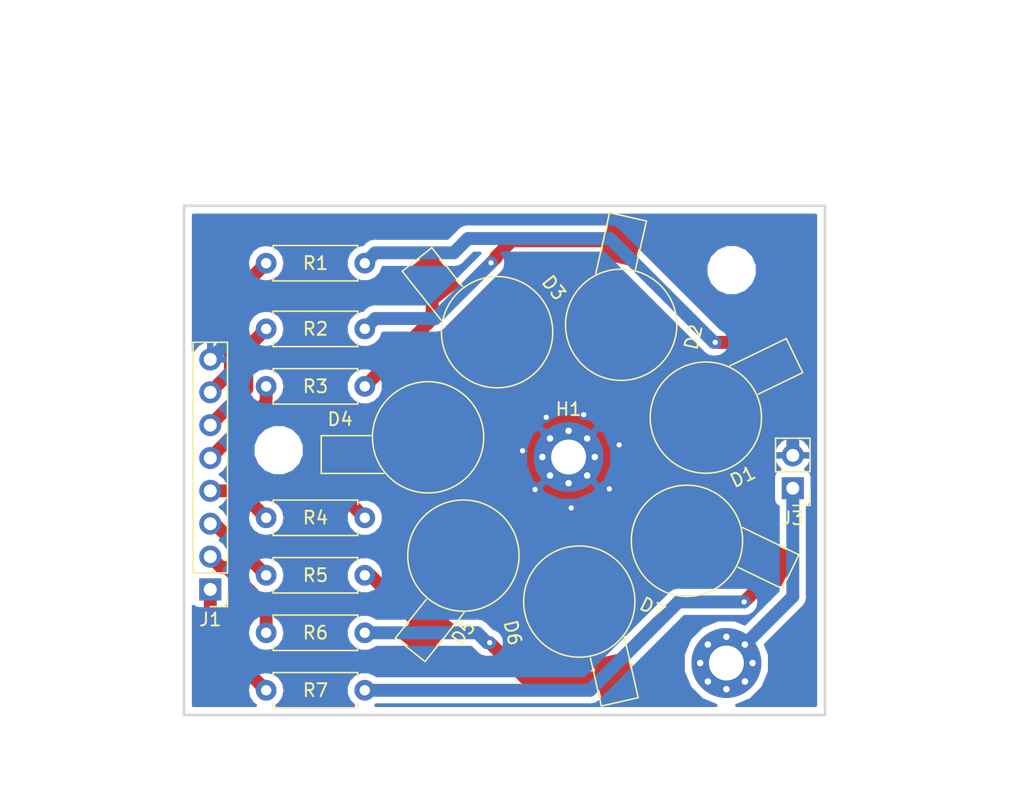
<source format=kicad_pcb>
(kicad_pcb (version 20171130) (host pcbnew 5.0.2+dfsg1-1)

  (general
    (thickness 1.6)
    (drawings 8)
    (tracks 70)
    (zones 0)
    (modules 20)
    (nets 17)
  )

  (page A4)
  (layers
    (0 F.Cu signal)
    (31 B.Cu signal)
    (32 B.Adhes user)
    (33 F.Adhes user)
    (34 B.Paste user)
    (35 F.Paste user)
    (36 B.SilkS user)
    (37 F.SilkS user)
    (38 B.Mask user)
    (39 F.Mask user)
    (40 Dwgs.User user)
    (41 Cmts.User user)
    (42 Eco1.User user)
    (43 Eco2.User user)
    (44 Edge.Cuts user)
    (45 Margin user)
    (46 B.CrtYd user)
    (47 F.CrtYd user)
    (48 B.Fab user)
    (49 F.Fab user)
  )

  (setup
    (last_trace_width 0.25)
    (trace_clearance 0.2)
    (zone_clearance 0.508)
    (zone_45_only no)
    (trace_min 0.2)
    (segment_width 0.2)
    (edge_width 0.15)
    (via_size 0.8)
    (via_drill 0.4)
    (via_min_size 0.4)
    (via_min_drill 0.3)
    (uvia_size 0.3)
    (uvia_drill 0.1)
    (uvias_allowed no)
    (uvia_min_size 0.2)
    (uvia_min_drill 0.1)
    (pcb_text_width 0.3)
    (pcb_text_size 1.5 1.5)
    (mod_edge_width 0.15)
    (mod_text_size 1 1)
    (mod_text_width 0.15)
    (pad_size 1.524 1.524)
    (pad_drill 0.762)
    (pad_to_mask_clearance 0.051)
    (solder_mask_min_width 0.25)
    (aux_axis_origin 0 0)
    (visible_elements FFFFFF7F)
    (pcbplotparams
      (layerselection 0x010fc_ffffffff)
      (usegerberextensions false)
      (usegerberattributes false)
      (usegerberadvancedattributes false)
      (creategerberjobfile false)
      (excludeedgelayer true)
      (linewidth 0.100000)
      (plotframeref false)
      (viasonmask false)
      (mode 1)
      (useauxorigin false)
      (hpglpennumber 1)
      (hpglpenspeed 20)
      (hpglpendiameter 15.000000)
      (psnegative false)
      (psa4output false)
      (plotreference true)
      (plotvalue true)
      (plotinvisibletext false)
      (padsonsilk false)
      (subtractmaskfromsilk false)
      (outputformat 1)
      (mirror false)
      (drillshape 0)
      (scaleselection 1)
      (outputdirectory "7led"))
  )

  (net 0 "")
  (net 1 "Net-(D1-Pad1)")
  (net 2 "Net-(D2-Pad1)")
  (net 3 "Net-(D3-Pad1)")
  (net 4 "Net-(D4-Pad1)")
  (net 5 "Net-(D5-Pad1)")
  (net 6 "Net-(D6-Pad1)")
  (net 7 "Net-(J1-Pad2)")
  (net 8 "Net-(J1-Pad3)")
  (net 9 "Net-(J1-Pad4)")
  (net 10 "Net-(J1-Pad5)")
  (net 11 "Net-(J1-Pad6)")
  (net 12 "Net-(J1-Pad7)")
  (net 13 VCC)
  (net 14 GND)
  (net 15 "Net-(D7-Pad1)")
  (net 16 "Net-(J1-Pad1)")

  (net_class Default "This is the default net class."
    (clearance 0.2)
    (trace_width 0.25)
    (via_dia 0.8)
    (via_drill 0.4)
    (uvia_dia 0.3)
    (uvia_drill 0.1)
  )

  (net_class all ""
    (clearance 0.2)
    (trace_width 1)
    (via_dia 0.8)
    (via_drill 0.4)
    (uvia_dia 0.3)
    (uvia_drill 0.1)
    (add_net GND)
    (add_net "Net-(D1-Pad1)")
    (add_net "Net-(D2-Pad1)")
    (add_net "Net-(D3-Pad1)")
    (add_net "Net-(D4-Pad1)")
    (add_net "Net-(D5-Pad1)")
    (add_net "Net-(D6-Pad1)")
    (add_net "Net-(D7-Pad1)")
    (add_net "Net-(J1-Pad1)")
    (add_net "Net-(J1-Pad2)")
    (add_net "Net-(J1-Pad3)")
    (add_net "Net-(J1-Pad4)")
    (add_net "Net-(J1-Pad5)")
    (add_net "Net-(J1-Pad6)")
    (add_net "Net-(J1-Pad7)")
    (add_net VCC)
  )

  (module LED_SMD:LED_1W_3W_R8 (layer F.Cu) (tedit 5F64F006) (tstamp 5F62EBFF)
    (at 135.5725 57.023 205.8)
    (descr https://www.gme.cz/data/attachments/dsh.518-234.1.pdf)
    (tags "LED 1W 3W 5W")
    (path /5F565255)
    (attr smd)
    (fp_text reference D1 (at -0.582784 -5.35993 205.8) (layer F.SilkS)
      (effects (font (size 1 1) (thickness 0.15)))
    )
    (fp_text value LED (at 0 5.08 205.8) (layer F.Fab) hide
      (effects (font (size 1 1) (thickness 0.15)))
    )
    (fp_text user %R (at 0 -2.54 205.8) (layer F.Fab) hide
      (effects (font (size 1 1) (thickness 0.15)))
    )
    (fp_line (start -2.54 0) (end -1.27 0) (layer F.Fab) (width 0.1))
    (fp_line (start -1.27 -1.27) (end -1.27 1.27) (layer F.Fab) (width 0.1))
    (fp_line (start 1.27 0) (end 2.54 0) (layer F.Fab) (width 0.1))
    (fp_line (start 1.27 1.27) (end 1.27 0) (layer F.Fab) (width 0.1))
    (fp_line (start -1.27 0) (end 1.27 1.27) (layer F.Fab) (width 0.1))
    (fp_line (start 1.27 -1.27) (end 1.27 1.27) (layer F.Fab) (width 0.1))
    (fp_line (start -1.27 0) (end 1.27 -1.27) (layer F.Fab) (width 0.1))
    (fp_arc (start 0 0) (end 4.59 0.45) (angle 131.3332206) (layer F.CrtYd) (width 0.05))
    (fp_arc (start 0 0) (end -4.59 -0.45) (angle 131.3332206) (layer F.CrtYd) (width 0.05))
    (fp_line (start 8.55 0.45) (end 4.59 0.45) (layer F.CrtYd) (width 0.05))
    (fp_line (start 8.55 -3.15) (end 8.55 0.45) (layer F.CrtYd) (width 0.05))
    (fp_line (start 3.37 -3.15) (end 8.55 -3.15) (layer F.CrtYd) (width 0.05))
    (fp_line (start -8.55 3.15) (end -3.37 3.15) (layer F.CrtYd) (width 0.05))
    (fp_line (start -8.55 -0.45) (end -8.55 3.15) (layer F.CrtYd) (width 0.05))
    (fp_line (start -4.59 -0.45) (end -8.55 -0.45) (layer F.CrtYd) (width 0.05))
    (fp_line (start -8.255 2.794) (end -3.429 2.794) (layer F.SilkS) (width 0.12))
    (fp_line (start -8.255 -0.127) (end -8.255 2.794) (layer F.SilkS) (width 0.12))
    (fp_line (start -4.445 -0.127) (end -8.255 -0.127) (layer F.SilkS) (width 0.12))
    (fp_circle (center 0 0) (end -4.3 0) (layer F.SilkS) (width 0.12))
    (fp_line (start 4.318 1.016) (end 5.334 1.016) (layer F.Fab) (width 0.1))
    (fp_line (start -5.334 -1.016) (end -4.318 -1.016) (layer F.Fab) (width 0.1))
    (fp_line (start 4.826 1.524) (end 4.826 0.508) (layer F.Fab) (width 0.1))
    (fp_circle (center 0 0) (end 4.025 0) (layer F.Fab) (width 0.1))
    (pad 2 smd rect (at 6.35 -1.35 205.8) (size 3.5 2.7) (layers F.Cu F.Paste F.Mask)
      (net 13 VCC))
    (pad 1 smd rect (at -6.35 1.35 205.8) (size 3.5 2.7) (layers F.Cu F.Paste F.Mask)
      (net 1 "Net-(D1-Pad1)"))
    (pad 3 smd circle (at 0 0 205.8) (size 5.7 5.7) (layers F.Cu F.Paste F.Mask))
    (model ${KISYS3DMOD}/LED_SMD.3dshapes/LED_1W_3W_R8.wrl
      (at (xyz 0 0 0))
      (scale (xyz 1 1 1))
      (rotate (xyz 0 0 0))
    )
  )

  (module LED_SMD:LED_1W_3W_R8 (layer F.Cu) (tedit 5F64F003) (tstamp 5F62EC1E)
    (at 129.032 49.8475 257.2)
    (descr https://www.gme.cz/data/attachments/dsh.518-234.1.pdf)
    (tags "LED 1W 3W 5W")
    (path /5F5652F0)
    (attr smd)
    (fp_text reference D2 (at -0.309183 -5.66016 257.2) (layer F.SilkS)
      (effects (font (size 1 1) (thickness 0.15)))
    )
    (fp_text value LED (at 0 5.08 257.2) (layer F.Fab) hide
      (effects (font (size 1 1) (thickness 0.15)))
    )
    (fp_circle (center 0 0) (end 4.025 0) (layer F.Fab) (width 0.1))
    (fp_line (start 4.826 1.524) (end 4.826 0.508) (layer F.Fab) (width 0.1))
    (fp_line (start -5.334 -1.016) (end -4.318 -1.016) (layer F.Fab) (width 0.1))
    (fp_line (start 4.318 1.016) (end 5.334 1.016) (layer F.Fab) (width 0.1))
    (fp_circle (center 0 0) (end -4.3 0) (layer F.SilkS) (width 0.12))
    (fp_line (start -4.445 -0.127) (end -8.255 -0.127) (layer F.SilkS) (width 0.12))
    (fp_line (start -8.255 -0.127) (end -8.255 2.794) (layer F.SilkS) (width 0.12))
    (fp_line (start -8.255 2.794) (end -3.429 2.794) (layer F.SilkS) (width 0.12))
    (fp_line (start -4.59 -0.45) (end -8.55 -0.45) (layer F.CrtYd) (width 0.05))
    (fp_line (start -8.55 -0.45) (end -8.55 3.15) (layer F.CrtYd) (width 0.05))
    (fp_line (start -8.55 3.15) (end -3.37 3.15) (layer F.CrtYd) (width 0.05))
    (fp_line (start 3.37 -3.15) (end 8.55 -3.15) (layer F.CrtYd) (width 0.05))
    (fp_line (start 8.55 -3.15) (end 8.55 0.45) (layer F.CrtYd) (width 0.05))
    (fp_line (start 8.55 0.45) (end 4.59 0.45) (layer F.CrtYd) (width 0.05))
    (fp_arc (start 0 0) (end -4.59 -0.45) (angle 131.3332206) (layer F.CrtYd) (width 0.05))
    (fp_arc (start 0 0) (end 4.59 0.45) (angle 131.3332206) (layer F.CrtYd) (width 0.05))
    (fp_line (start -1.27 0) (end 1.27 -1.27) (layer F.Fab) (width 0.1))
    (fp_line (start 1.27 -1.27) (end 1.27 1.27) (layer F.Fab) (width 0.1))
    (fp_line (start -1.27 0) (end 1.27 1.27) (layer F.Fab) (width 0.1))
    (fp_line (start 1.27 1.27) (end 1.27 0) (layer F.Fab) (width 0.1))
    (fp_line (start 1.27 0) (end 2.54 0) (layer F.Fab) (width 0.1))
    (fp_line (start -1.27 -1.27) (end -1.27 1.27) (layer F.Fab) (width 0.1))
    (fp_line (start -2.54 0) (end -1.27 0) (layer F.Fab) (width 0.1))
    (fp_text user %R (at 0 -2.54 257.2) (layer F.Fab) hide
      (effects (font (size 1 1) (thickness 0.15)))
    )
    (pad 3 smd circle (at 0 0 257.2) (size 5.7 5.7) (layers F.Cu F.Paste F.Mask))
    (pad 1 smd rect (at -6.35 1.35 257.2) (size 3.5 2.7) (layers F.Cu F.Paste F.Mask)
      (net 2 "Net-(D2-Pad1)"))
    (pad 2 smd rect (at 6.35 -1.35 257.2) (size 3.5 2.7) (layers F.Cu F.Paste F.Mask)
      (net 13 VCC))
    (model ${KISYS3DMOD}/LED_SMD.3dshapes/LED_1W_3W_R8.wrl
      (at (xyz 0 0 0))
      (scale (xyz 1 1 1))
      (rotate (xyz 0 0 0))
    )
  )

  (module LED_SMD:LED_1W_3W_R8 (layer F.Cu) (tedit 5F64EFFF) (tstamp 5F62EC3D)
    (at 119.4435 50.419 308.6)
    (descr https://www.gme.cz/data/attachments/dsh.518-234.1.pdf)
    (tags "LED 1W 3W 5W")
    (path /5F56532A)
    (attr smd)
    (fp_text reference D3 (at 0.053695 -5.563515 308.6) (layer F.SilkS)
      (effects (font (size 1 1) (thickness 0.15)))
    )
    (fp_text value LED (at 0 5.08 308.6) (layer F.Fab) hide
      (effects (font (size 1 1) (thickness 0.15)))
    )
    (fp_text user %R (at 0 -2.54 308.6) (layer F.Fab) hide
      (effects (font (size 1 1) (thickness 0.15)))
    )
    (fp_line (start -2.54 0) (end -1.27 0) (layer F.Fab) (width 0.1))
    (fp_line (start -1.27 -1.27) (end -1.27 1.27) (layer F.Fab) (width 0.1))
    (fp_line (start 1.27 0) (end 2.54 0) (layer F.Fab) (width 0.1))
    (fp_line (start 1.27 1.27) (end 1.27 0) (layer F.Fab) (width 0.1))
    (fp_line (start -1.27 0) (end 1.27 1.27) (layer F.Fab) (width 0.1))
    (fp_line (start 1.27 -1.27) (end 1.27 1.27) (layer F.Fab) (width 0.1))
    (fp_line (start -1.27 0) (end 1.27 -1.27) (layer F.Fab) (width 0.1))
    (fp_arc (start 0 0) (end 4.59 0.45) (angle 131.3332206) (layer F.CrtYd) (width 0.05))
    (fp_arc (start 0 0) (end -4.59 -0.45) (angle 131.3332206) (layer F.CrtYd) (width 0.05))
    (fp_line (start 8.55 0.45) (end 4.59 0.45) (layer F.CrtYd) (width 0.05))
    (fp_line (start 8.55 -3.15) (end 8.55 0.45) (layer F.CrtYd) (width 0.05))
    (fp_line (start 3.37 -3.15) (end 8.55 -3.15) (layer F.CrtYd) (width 0.05))
    (fp_line (start -8.55 3.15) (end -3.37 3.15) (layer F.CrtYd) (width 0.05))
    (fp_line (start -8.55 -0.45) (end -8.55 3.15) (layer F.CrtYd) (width 0.05))
    (fp_line (start -4.59 -0.45) (end -8.55 -0.45) (layer F.CrtYd) (width 0.05))
    (fp_line (start -8.255 2.794) (end -3.429 2.794) (layer F.SilkS) (width 0.12))
    (fp_line (start -8.255 -0.127) (end -8.255 2.794) (layer F.SilkS) (width 0.12))
    (fp_line (start -4.445 -0.127) (end -8.255 -0.127) (layer F.SilkS) (width 0.12))
    (fp_circle (center 0 0) (end -4.3 0) (layer F.SilkS) (width 0.12))
    (fp_line (start 4.318 1.016) (end 5.334 1.016) (layer F.Fab) (width 0.1))
    (fp_line (start -5.334 -1.016) (end -4.318 -1.016) (layer F.Fab) (width 0.1))
    (fp_line (start 4.826 1.524) (end 4.826 0.508) (layer F.Fab) (width 0.1))
    (fp_circle (center 0 0) (end 4.025 0) (layer F.Fab) (width 0.1))
    (pad 2 smd rect (at 6.35 -1.35 308.6) (size 3.5 2.7) (layers F.Cu F.Paste F.Mask)
      (net 13 VCC))
    (pad 1 smd rect (at -6.35 1.35 308.6) (size 3.5 2.7) (layers F.Cu F.Paste F.Mask)
      (net 3 "Net-(D3-Pad1)"))
    (pad 3 smd circle (at 0 0 308.6) (size 5.7 5.7) (layers F.Cu F.Paste F.Mask))
    (model ${KISYS3DMOD}/LED_SMD.3dshapes/LED_1W_3W_R8.wrl
      (at (xyz 0 0 0))
      (scale (xyz 1 1 1))
      (rotate (xyz 0 0 0))
    )
  )

  (module LED_SMD:LED_1W_3W_R8 (layer F.Cu) (tedit 5F64EFFB) (tstamp 5F62EC5C)
    (at 114.1095 58.547)
    (descr https://www.gme.cz/data/attachments/dsh.518-234.1.pdf)
    (tags "LED 1W 3W 5W")
    (path /5F56534E)
    (attr smd)
    (fp_text reference D4 (at -6.7945 -1.397) (layer F.SilkS)
      (effects (font (size 1 1) (thickness 0.15)))
    )
    (fp_text value LED (at 0 5.08) (layer F.Fab) hide
      (effects (font (size 1 1) (thickness 0.15)))
    )
    (fp_circle (center 0 0) (end 4.025 0) (layer F.Fab) (width 0.1))
    (fp_line (start 4.826 1.524) (end 4.826 0.508) (layer F.Fab) (width 0.1))
    (fp_line (start -5.334 -1.016) (end -4.318 -1.016) (layer F.Fab) (width 0.1))
    (fp_line (start 4.318 1.016) (end 5.334 1.016) (layer F.Fab) (width 0.1))
    (fp_circle (center 0 0) (end -4.3 0) (layer F.SilkS) (width 0.12))
    (fp_line (start -4.445 -0.127) (end -8.255 -0.127) (layer F.SilkS) (width 0.12))
    (fp_line (start -8.255 -0.127) (end -8.255 2.794) (layer F.SilkS) (width 0.12))
    (fp_line (start -8.255 2.794) (end -3.429 2.794) (layer F.SilkS) (width 0.12))
    (fp_line (start -4.59 -0.45) (end -8.55 -0.45) (layer F.CrtYd) (width 0.05))
    (fp_line (start -8.55 -0.45) (end -8.55 3.15) (layer F.CrtYd) (width 0.05))
    (fp_line (start -8.55 3.15) (end -3.37 3.15) (layer F.CrtYd) (width 0.05))
    (fp_line (start 3.37 -3.15) (end 8.55 -3.15) (layer F.CrtYd) (width 0.05))
    (fp_line (start 8.55 -3.15) (end 8.55 0.45) (layer F.CrtYd) (width 0.05))
    (fp_line (start 8.55 0.45) (end 4.59 0.45) (layer F.CrtYd) (width 0.05))
    (fp_arc (start 0 0) (end -4.59 -0.45) (angle 131.3332206) (layer F.CrtYd) (width 0.05))
    (fp_arc (start 0 0) (end 4.59 0.45) (angle 131.3332206) (layer F.CrtYd) (width 0.05))
    (fp_line (start -1.27 0) (end 1.27 -1.27) (layer F.Fab) (width 0.1))
    (fp_line (start 1.27 -1.27) (end 1.27 1.27) (layer F.Fab) (width 0.1))
    (fp_line (start -1.27 0) (end 1.27 1.27) (layer F.Fab) (width 0.1))
    (fp_line (start 1.27 1.27) (end 1.27 0) (layer F.Fab) (width 0.1))
    (fp_line (start 1.27 0) (end 2.54 0) (layer F.Fab) (width 0.1))
    (fp_line (start -1.27 -1.27) (end -1.27 1.27) (layer F.Fab) (width 0.1))
    (fp_line (start -2.54 0) (end -1.27 0) (layer F.Fab) (width 0.1))
    (fp_text user %R (at 0 -2.54) (layer F.Fab) hide
      (effects (font (size 1 1) (thickness 0.15)))
    )
    (pad 3 smd circle (at 0 0) (size 5.7 5.7) (layers F.Cu F.Paste F.Mask))
    (pad 1 smd rect (at -6.35 1.35) (size 3.5 2.7) (layers F.Cu F.Paste F.Mask)
      (net 4 "Net-(D4-Pad1)"))
    (pad 2 smd rect (at 6.35 -1.35) (size 3.5 2.7) (layers F.Cu F.Paste F.Mask)
      (net 13 VCC))
    (model ${KISYS3DMOD}/LED_SMD.3dshapes/LED_1W_3W_R8.wrl
      (at (xyz 0 0 0))
      (scale (xyz 1 1 1))
      (rotate (xyz 0 0 0))
    )
  )

  (module LED_SMD:LED_1W_3W_R8 (layer F.Cu) (tedit 5F64EFF7) (tstamp 5F62EC7B)
    (at 116.84 67.691 51.4)
    (descr https://www.gme.cz/data/attachments/dsh.518-234.1.pdf)
    (tags "LED 1W 3W 5W")
    (path /5F565370)
    (attr smd)
    (fp_text reference D5 (at -4.664896 3.723937 51.4) (layer F.SilkS)
      (effects (font (size 1 1) (thickness 0.15)))
    )
    (fp_text value LED (at 0 5.08 51.4) (layer F.Fab) hide
      (effects (font (size 1 1) (thickness 0.15)))
    )
    (fp_text user %R (at 0 -2.54 51.4) (layer F.Fab) hide
      (effects (font (size 1 1) (thickness 0.15)))
    )
    (fp_line (start -2.54 0) (end -1.27 0) (layer F.Fab) (width 0.1))
    (fp_line (start -1.27 -1.27) (end -1.27 1.27) (layer F.Fab) (width 0.1))
    (fp_line (start 1.27 0) (end 2.54 0) (layer F.Fab) (width 0.1))
    (fp_line (start 1.27 1.27) (end 1.27 0) (layer F.Fab) (width 0.1))
    (fp_line (start -1.27 0) (end 1.27 1.27) (layer F.Fab) (width 0.1))
    (fp_line (start 1.27 -1.27) (end 1.27 1.27) (layer F.Fab) (width 0.1))
    (fp_line (start -1.27 0) (end 1.27 -1.27) (layer F.Fab) (width 0.1))
    (fp_arc (start 0 0) (end 4.59 0.45) (angle 131.3332206) (layer F.CrtYd) (width 0.05))
    (fp_arc (start 0 0) (end -4.59 -0.45) (angle 131.3332206) (layer F.CrtYd) (width 0.05))
    (fp_line (start 8.55 0.45) (end 4.59 0.45) (layer F.CrtYd) (width 0.05))
    (fp_line (start 8.55 -3.15) (end 8.55 0.45) (layer F.CrtYd) (width 0.05))
    (fp_line (start 3.37 -3.15) (end 8.55 -3.15) (layer F.CrtYd) (width 0.05))
    (fp_line (start -8.55 3.15) (end -3.37 3.15) (layer F.CrtYd) (width 0.05))
    (fp_line (start -8.55 -0.45) (end -8.55 3.15) (layer F.CrtYd) (width 0.05))
    (fp_line (start -4.59 -0.45) (end -8.55 -0.45) (layer F.CrtYd) (width 0.05))
    (fp_line (start -8.255 2.794) (end -3.429 2.794) (layer F.SilkS) (width 0.12))
    (fp_line (start -8.255 -0.127) (end -8.255 2.794) (layer F.SilkS) (width 0.12))
    (fp_line (start -4.445 -0.127) (end -8.255 -0.127) (layer F.SilkS) (width 0.12))
    (fp_circle (center 0 0) (end -4.3 0) (layer F.SilkS) (width 0.12))
    (fp_line (start 4.318 1.016) (end 5.334 1.016) (layer F.Fab) (width 0.1))
    (fp_line (start -5.334 -1.016) (end -4.318 -1.016) (layer F.Fab) (width 0.1))
    (fp_line (start 4.826 1.524) (end 4.826 0.508) (layer F.Fab) (width 0.1))
    (fp_circle (center 0 0) (end 4.025 0) (layer F.Fab) (width 0.1))
    (pad 2 smd rect (at 6.35 -1.35 51.4) (size 3.5 2.7) (layers F.Cu F.Paste F.Mask)
      (net 13 VCC))
    (pad 1 smd rect (at -6.35 1.35 51.4) (size 3.5 2.7) (layers F.Cu F.Paste F.Mask)
      (net 5 "Net-(D5-Pad1)"))
    (pad 3 smd circle (at 0 0 51.4) (size 5.7 5.7) (layers F.Cu F.Paste F.Mask))
    (model ${KISYS3DMOD}/LED_SMD.3dshapes/LED_1W_3W_R8.wrl
      (at (xyz 0 0 0))
      (scale (xyz 1 1 1))
      (rotate (xyz 0 0 0))
    )
  )

  (module LED_SMD:LED_1W_3W_R8 (layer F.Cu) (tedit 5F64F00F) (tstamp 5F62EC9A)
    (at 125.7935 71.247 102.8)
    (descr https://www.gme.cz/data/attachments/dsh.518-234.1.pdf)
    (tags "LED 1W 3W 5W")
    (path /5F56539C)
    (attr smd)
    (fp_text reference D6 (at -1.213501 -5.550277 102.8) (layer F.SilkS)
      (effects (font (size 1 1) (thickness 0.15)))
    )
    (fp_text value LED (at 0 5.08 102.8) (layer F.Fab) hide
      (effects (font (size 1 1) (thickness 0.15)))
    )
    (fp_circle (center 0 0) (end 4.025 0) (layer F.Fab) (width 0.1))
    (fp_line (start 4.826 1.524) (end 4.826 0.508) (layer F.Fab) (width 0.1))
    (fp_line (start -5.334 -1.016) (end -4.318 -1.016) (layer F.Fab) (width 0.1))
    (fp_line (start 4.318 1.016) (end 5.334 1.016) (layer F.Fab) (width 0.1))
    (fp_circle (center 0 0) (end -4.3 0) (layer F.SilkS) (width 0.12))
    (fp_line (start -4.445 -0.127) (end -8.255 -0.127) (layer F.SilkS) (width 0.12))
    (fp_line (start -8.255 -0.127) (end -8.255 2.794) (layer F.SilkS) (width 0.12))
    (fp_line (start -8.255 2.794) (end -3.429 2.794) (layer F.SilkS) (width 0.12))
    (fp_line (start -4.59 -0.45) (end -8.55 -0.45) (layer F.CrtYd) (width 0.05))
    (fp_line (start -8.55 -0.45) (end -8.55 3.15) (layer F.CrtYd) (width 0.05))
    (fp_line (start -8.55 3.15) (end -3.37 3.15) (layer F.CrtYd) (width 0.05))
    (fp_line (start 3.37 -3.15) (end 8.55 -3.15) (layer F.CrtYd) (width 0.05))
    (fp_line (start 8.55 -3.15) (end 8.55 0.45) (layer F.CrtYd) (width 0.05))
    (fp_line (start 8.55 0.45) (end 4.59 0.45) (layer F.CrtYd) (width 0.05))
    (fp_arc (start 0 0) (end -4.59 -0.45) (angle 131.3332206) (layer F.CrtYd) (width 0.05))
    (fp_arc (start 0 0) (end 4.59 0.45) (angle 131.3332206) (layer F.CrtYd) (width 0.05))
    (fp_line (start -1.27 0) (end 1.27 -1.27) (layer F.Fab) (width 0.1))
    (fp_line (start 1.27 -1.27) (end 1.27 1.27) (layer F.Fab) (width 0.1))
    (fp_line (start -1.27 0) (end 1.27 1.27) (layer F.Fab) (width 0.1))
    (fp_line (start 1.27 1.27) (end 1.27 0) (layer F.Fab) (width 0.1))
    (fp_line (start 1.27 0) (end 2.54 0) (layer F.Fab) (width 0.1))
    (fp_line (start -1.27 -1.27) (end -1.27 1.27) (layer F.Fab) (width 0.1))
    (fp_line (start -2.54 0) (end -1.27 0) (layer F.Fab) (width 0.1))
    (fp_text user %R (at 0 -2.54 102.8) (layer F.Fab) hide
      (effects (font (size 1 1) (thickness 0.15)))
    )
    (pad 3 smd circle (at 0 0 102.8) (size 5.7 5.7) (layers F.Cu F.Paste F.Mask))
    (pad 1 smd rect (at -6.35 1.35 102.8) (size 3.5 2.7) (layers F.Cu F.Paste F.Mask)
      (net 6 "Net-(D6-Pad1)"))
    (pad 2 smd rect (at 6.35 -1.35 102.8) (size 3.5 2.7) (layers F.Cu F.Paste F.Mask)
      (net 13 VCC))
    (model ${KISYS3DMOD}/LED_SMD.3dshapes/LED_1W_3W_R8.wrl
      (at (xyz 0 0 0))
      (scale (xyz 1 1 1))
      (rotate (xyz 0 0 0))
    )
  )

  (module Connector_PinHeader_2.54mm:PinHeader_1x08_P2.54mm_Vertical (layer F.Cu) (tedit 59FED5CC) (tstamp 5F62ECB6)
    (at 97.282 70.3072 180)
    (descr "Through hole straight pin header, 1x08, 2.54mm pitch, single row")
    (tags "Through hole pin header THT 1x08 2.54mm single row")
    (path /5F565A17)
    (fp_text reference J1 (at 0 -2.33 180) (layer F.SilkS)
      (effects (font (size 1 1) (thickness 0.15)))
    )
    (fp_text value uln (at 0 20.11 180) (layer F.Fab)
      (effects (font (size 1 1) (thickness 0.15)))
    )
    (fp_line (start -0.635 -1.27) (end 1.27 -1.27) (layer F.Fab) (width 0.1))
    (fp_line (start 1.27 -1.27) (end 1.27 19.05) (layer F.Fab) (width 0.1))
    (fp_line (start 1.27 19.05) (end -1.27 19.05) (layer F.Fab) (width 0.1))
    (fp_line (start -1.27 19.05) (end -1.27 -0.635) (layer F.Fab) (width 0.1))
    (fp_line (start -1.27 -0.635) (end -0.635 -1.27) (layer F.Fab) (width 0.1))
    (fp_line (start -1.33 19.11) (end 1.33 19.11) (layer F.SilkS) (width 0.12))
    (fp_line (start -1.33 1.27) (end -1.33 19.11) (layer F.SilkS) (width 0.12))
    (fp_line (start 1.33 1.27) (end 1.33 19.11) (layer F.SilkS) (width 0.12))
    (fp_line (start -1.33 1.27) (end 1.33 1.27) (layer F.SilkS) (width 0.12))
    (fp_line (start -1.33 0) (end -1.33 -1.33) (layer F.SilkS) (width 0.12))
    (fp_line (start -1.33 -1.33) (end 0 -1.33) (layer F.SilkS) (width 0.12))
    (fp_line (start -1.8 -1.8) (end -1.8 19.55) (layer F.CrtYd) (width 0.05))
    (fp_line (start -1.8 19.55) (end 1.8 19.55) (layer F.CrtYd) (width 0.05))
    (fp_line (start 1.8 19.55) (end 1.8 -1.8) (layer F.CrtYd) (width 0.05))
    (fp_line (start 1.8 -1.8) (end -1.8 -1.8) (layer F.CrtYd) (width 0.05))
    (fp_text user %R (at 0 8.89 270) (layer F.Fab)
      (effects (font (size 1 1) (thickness 0.15)))
    )
    (pad 1 thru_hole rect (at 0 0 180) (size 1.7 1.7) (drill 1) (layers *.Cu *.Mask)
      (net 16 "Net-(J1-Pad1)"))
    (pad 2 thru_hole oval (at 0 2.54 180) (size 1.7 1.7) (drill 1) (layers *.Cu *.Mask)
      (net 7 "Net-(J1-Pad2)"))
    (pad 3 thru_hole oval (at 0 5.08 180) (size 1.7 1.7) (drill 1) (layers *.Cu *.Mask)
      (net 8 "Net-(J1-Pad3)"))
    (pad 4 thru_hole oval (at 0 7.62 180) (size 1.7 1.7) (drill 1) (layers *.Cu *.Mask)
      (net 9 "Net-(J1-Pad4)"))
    (pad 5 thru_hole oval (at 0 10.16 180) (size 1.7 1.7) (drill 1) (layers *.Cu *.Mask)
      (net 10 "Net-(J1-Pad5)"))
    (pad 6 thru_hole oval (at 0 12.7 180) (size 1.7 1.7) (drill 1) (layers *.Cu *.Mask)
      (net 11 "Net-(J1-Pad6)"))
    (pad 7 thru_hole oval (at 0 15.24 180) (size 1.7 1.7) (drill 1) (layers *.Cu *.Mask)
      (net 12 "Net-(J1-Pad7)"))
    (pad 8 thru_hole oval (at 0 17.78 180) (size 1.7 1.7) (drill 1) (layers *.Cu *.Mask)
      (net 13 VCC))
    (model ${KISYS3DMOD}/Connector_PinHeader_2.54mm.3dshapes/PinHeader_1x08_P2.54mm_Vertical.wrl
      (at (xyz 0 0 0))
      (scale (xyz 1 1 1))
      (rotate (xyz 0 0 0))
    )
  )

  (module Resistor_THT:R_Axial_DIN0207_L6.3mm_D2.5mm_P7.62mm_Horizontal (layer F.Cu) (tedit 5F64F088) (tstamp 5F62ECCD)
    (at 109.22 45.085 180)
    (descr "Resistor, Axial_DIN0207 series, Axial, Horizontal, pin pitch=7.62mm, 0.25W = 1/4W, length*diameter=6.3*2.5mm^2, http://cdn-reichelt.de/documents/datenblatt/B400/1_4W%23YAG.pdf")
    (tags "Resistor Axial_DIN0207 series Axial Horizontal pin pitch 7.62mm 0.25W = 1/4W length 6.3mm diameter 2.5mm")
    (path /5F5653F1)
    (fp_text reference R1 (at 3.81 0 180) (layer F.SilkS)
      (effects (font (size 1 1) (thickness 0.15)))
    )
    (fp_text value R (at 3.81 2.37 180) (layer F.Fab) hide
      (effects (font (size 1 1) (thickness 0.15)))
    )
    (fp_line (start 0.66 -1.25) (end 0.66 1.25) (layer F.Fab) (width 0.1))
    (fp_line (start 0.66 1.25) (end 6.96 1.25) (layer F.Fab) (width 0.1))
    (fp_line (start 6.96 1.25) (end 6.96 -1.25) (layer F.Fab) (width 0.1))
    (fp_line (start 6.96 -1.25) (end 0.66 -1.25) (layer F.Fab) (width 0.1))
    (fp_line (start 0 0) (end 0.66 0) (layer F.Fab) (width 0.1))
    (fp_line (start 7.62 0) (end 6.96 0) (layer F.Fab) (width 0.1))
    (fp_line (start 0.54 -1.04) (end 0.54 -1.37) (layer F.SilkS) (width 0.12))
    (fp_line (start 0.54 -1.37) (end 7.08 -1.37) (layer F.SilkS) (width 0.12))
    (fp_line (start 7.08 -1.37) (end 7.08 -1.04) (layer F.SilkS) (width 0.12))
    (fp_line (start 0.54 1.04) (end 0.54 1.37) (layer F.SilkS) (width 0.12))
    (fp_line (start 0.54 1.37) (end 7.08 1.37) (layer F.SilkS) (width 0.12))
    (fp_line (start 7.08 1.37) (end 7.08 1.04) (layer F.SilkS) (width 0.12))
    (fp_line (start -1.05 -1.5) (end -1.05 1.5) (layer F.CrtYd) (width 0.05))
    (fp_line (start -1.05 1.5) (end 8.67 1.5) (layer F.CrtYd) (width 0.05))
    (fp_line (start 8.67 1.5) (end 8.67 -1.5) (layer F.CrtYd) (width 0.05))
    (fp_line (start 8.67 -1.5) (end -1.05 -1.5) (layer F.CrtYd) (width 0.05))
    (fp_text user %R (at 3.81 0 180) (layer F.Fab) hide
      (effects (font (size 1 1) (thickness 0.15)))
    )
    (pad 1 thru_hole circle (at 0 0 180) (size 1.6 1.6) (drill 0.8) (layers *.Cu *.Mask)
      (net 1 "Net-(D1-Pad1)"))
    (pad 2 thru_hole oval (at 7.62 0 180) (size 1.6 1.6) (drill 0.8) (layers *.Cu *.Mask)
      (net 12 "Net-(J1-Pad7)"))
    (model ${KISYS3DMOD}/Resistor_THT.3dshapes/R_Axial_DIN0207_L6.3mm_D2.5mm_P7.62mm_Horizontal.wrl
      (at (xyz 0 0 0))
      (scale (xyz 1 1 1))
      (rotate (xyz 0 0 0))
    )
  )

  (module Resistor_THT:R_Axial_DIN0207_L6.3mm_D2.5mm_P7.62mm_Horizontal (layer F.Cu) (tedit 5F64F09E) (tstamp 5F62ECE4)
    (at 109.22 50.165 180)
    (descr "Resistor, Axial_DIN0207 series, Axial, Horizontal, pin pitch=7.62mm, 0.25W = 1/4W, length*diameter=6.3*2.5mm^2, http://cdn-reichelt.de/documents/datenblatt/B400/1_4W%23YAG.pdf")
    (tags "Resistor Axial_DIN0207 series Axial Horizontal pin pitch 7.62mm 0.25W = 1/4W length 6.3mm diameter 2.5mm")
    (path /5F56542D)
    (fp_text reference R2 (at 3.81 0 180) (layer F.SilkS)
      (effects (font (size 1 1) (thickness 0.15)))
    )
    (fp_text value R (at 3.81 2.37 180) (layer F.Fab) hide
      (effects (font (size 1 1) (thickness 0.15)))
    )
    (fp_text user %R (at 3.81 0 180) (layer F.Fab) hide
      (effects (font (size 1 1) (thickness 0.15)))
    )
    (fp_line (start 8.67 -1.5) (end -1.05 -1.5) (layer F.CrtYd) (width 0.05))
    (fp_line (start 8.67 1.5) (end 8.67 -1.5) (layer F.CrtYd) (width 0.05))
    (fp_line (start -1.05 1.5) (end 8.67 1.5) (layer F.CrtYd) (width 0.05))
    (fp_line (start -1.05 -1.5) (end -1.05 1.5) (layer F.CrtYd) (width 0.05))
    (fp_line (start 7.08 1.37) (end 7.08 1.04) (layer F.SilkS) (width 0.12))
    (fp_line (start 0.54 1.37) (end 7.08 1.37) (layer F.SilkS) (width 0.12))
    (fp_line (start 0.54 1.04) (end 0.54 1.37) (layer F.SilkS) (width 0.12))
    (fp_line (start 7.08 -1.37) (end 7.08 -1.04) (layer F.SilkS) (width 0.12))
    (fp_line (start 0.54 -1.37) (end 7.08 -1.37) (layer F.SilkS) (width 0.12))
    (fp_line (start 0.54 -1.04) (end 0.54 -1.37) (layer F.SilkS) (width 0.12))
    (fp_line (start 7.62 0) (end 6.96 0) (layer F.Fab) (width 0.1))
    (fp_line (start 0 0) (end 0.66 0) (layer F.Fab) (width 0.1))
    (fp_line (start 6.96 -1.25) (end 0.66 -1.25) (layer F.Fab) (width 0.1))
    (fp_line (start 6.96 1.25) (end 6.96 -1.25) (layer F.Fab) (width 0.1))
    (fp_line (start 0.66 1.25) (end 6.96 1.25) (layer F.Fab) (width 0.1))
    (fp_line (start 0.66 -1.25) (end 0.66 1.25) (layer F.Fab) (width 0.1))
    (pad 2 thru_hole oval (at 7.62 0 180) (size 1.6 1.6) (drill 0.8) (layers *.Cu *.Mask)
      (net 11 "Net-(J1-Pad6)"))
    (pad 1 thru_hole circle (at 0 0 180) (size 1.6 1.6) (drill 0.8) (layers *.Cu *.Mask)
      (net 2 "Net-(D2-Pad1)"))
    (model ${KISYS3DMOD}/Resistor_THT.3dshapes/R_Axial_DIN0207_L6.3mm_D2.5mm_P7.62mm_Horizontal.wrl
      (at (xyz 0 0 0))
      (scale (xyz 1 1 1))
      (rotate (xyz 0 0 0))
    )
  )

  (module Resistor_THT:R_Axial_DIN0207_L6.3mm_D2.5mm_P7.62mm_Horizontal (layer F.Cu) (tedit 5F64F0AB) (tstamp 5F62ECFB)
    (at 109.22 54.61 180)
    (descr "Resistor, Axial_DIN0207 series, Axial, Horizontal, pin pitch=7.62mm, 0.25W = 1/4W, length*diameter=6.3*2.5mm^2, http://cdn-reichelt.de/documents/datenblatt/B400/1_4W%23YAG.pdf")
    (tags "Resistor Axial_DIN0207 series Axial Horizontal pin pitch 7.62mm 0.25W = 1/4W length 6.3mm diameter 2.5mm")
    (path /5F565469)
    (fp_text reference R3 (at 3.81 0 180) (layer F.SilkS)
      (effects (font (size 1 1) (thickness 0.15)))
    )
    (fp_text value R (at 3.81 2.37 180) (layer F.Fab) hide
      (effects (font (size 1 1) (thickness 0.15)))
    )
    (fp_line (start 0.66 -1.25) (end 0.66 1.25) (layer F.Fab) (width 0.1))
    (fp_line (start 0.66 1.25) (end 6.96 1.25) (layer F.Fab) (width 0.1))
    (fp_line (start 6.96 1.25) (end 6.96 -1.25) (layer F.Fab) (width 0.1))
    (fp_line (start 6.96 -1.25) (end 0.66 -1.25) (layer F.Fab) (width 0.1))
    (fp_line (start 0 0) (end 0.66 0) (layer F.Fab) (width 0.1))
    (fp_line (start 7.62 0) (end 6.96 0) (layer F.Fab) (width 0.1))
    (fp_line (start 0.54 -1.04) (end 0.54 -1.37) (layer F.SilkS) (width 0.12))
    (fp_line (start 0.54 -1.37) (end 7.08 -1.37) (layer F.SilkS) (width 0.12))
    (fp_line (start 7.08 -1.37) (end 7.08 -1.04) (layer F.SilkS) (width 0.12))
    (fp_line (start 0.54 1.04) (end 0.54 1.37) (layer F.SilkS) (width 0.12))
    (fp_line (start 0.54 1.37) (end 7.08 1.37) (layer F.SilkS) (width 0.12))
    (fp_line (start 7.08 1.37) (end 7.08 1.04) (layer F.SilkS) (width 0.12))
    (fp_line (start -1.05 -1.5) (end -1.05 1.5) (layer F.CrtYd) (width 0.05))
    (fp_line (start -1.05 1.5) (end 8.67 1.5) (layer F.CrtYd) (width 0.05))
    (fp_line (start 8.67 1.5) (end 8.67 -1.5) (layer F.CrtYd) (width 0.05))
    (fp_line (start 8.67 -1.5) (end -1.05 -1.5) (layer F.CrtYd) (width 0.05))
    (fp_text user %R (at 3.81 0 180) (layer F.Fab) hide
      (effects (font (size 1 1) (thickness 0.15)))
    )
    (pad 1 thru_hole circle (at 0 0 180) (size 1.6 1.6) (drill 0.8) (layers *.Cu *.Mask)
      (net 3 "Net-(D3-Pad1)"))
    (pad 2 thru_hole oval (at 7.62 0 180) (size 1.6 1.6) (drill 0.8) (layers *.Cu *.Mask)
      (net 10 "Net-(J1-Pad5)"))
    (model ${KISYS3DMOD}/Resistor_THT.3dshapes/R_Axial_DIN0207_L6.3mm_D2.5mm_P7.62mm_Horizontal.wrl
      (at (xyz 0 0 0))
      (scale (xyz 1 1 1))
      (rotate (xyz 0 0 0))
    )
  )

  (module Resistor_THT:R_Axial_DIN0207_L6.3mm_D2.5mm_P7.62mm_Horizontal (layer F.Cu) (tedit 5F64F0CE) (tstamp 5F62ED12)
    (at 109.22 64.77 180)
    (descr "Resistor, Axial_DIN0207 series, Axial, Horizontal, pin pitch=7.62mm, 0.25W = 1/4W, length*diameter=6.3*2.5mm^2, http://cdn-reichelt.de/documents/datenblatt/B400/1_4W%23YAG.pdf")
    (tags "Resistor Axial_DIN0207 series Axial Horizontal pin pitch 7.62mm 0.25W = 1/4W length 6.3mm diameter 2.5mm")
    (path /5F56549F)
    (fp_text reference R4 (at 3.81 0 180) (layer F.SilkS)
      (effects (font (size 1 1) (thickness 0.15)))
    )
    (fp_text value R (at 3.81 2.37 180) (layer F.Fab) hide
      (effects (font (size 1 1) (thickness 0.15)))
    )
    (fp_text user %R (at 3.81 0 180) (layer F.Fab) hide
      (effects (font (size 1 1) (thickness 0.15)))
    )
    (fp_line (start 8.67 -1.5) (end -1.05 -1.5) (layer F.CrtYd) (width 0.05))
    (fp_line (start 8.67 1.5) (end 8.67 -1.5) (layer F.CrtYd) (width 0.05))
    (fp_line (start -1.05 1.5) (end 8.67 1.5) (layer F.CrtYd) (width 0.05))
    (fp_line (start -1.05 -1.5) (end -1.05 1.5) (layer F.CrtYd) (width 0.05))
    (fp_line (start 7.08 1.37) (end 7.08 1.04) (layer F.SilkS) (width 0.12))
    (fp_line (start 0.54 1.37) (end 7.08 1.37) (layer F.SilkS) (width 0.12))
    (fp_line (start 0.54 1.04) (end 0.54 1.37) (layer F.SilkS) (width 0.12))
    (fp_line (start 7.08 -1.37) (end 7.08 -1.04) (layer F.SilkS) (width 0.12))
    (fp_line (start 0.54 -1.37) (end 7.08 -1.37) (layer F.SilkS) (width 0.12))
    (fp_line (start 0.54 -1.04) (end 0.54 -1.37) (layer F.SilkS) (width 0.12))
    (fp_line (start 7.62 0) (end 6.96 0) (layer F.Fab) (width 0.1))
    (fp_line (start 0 0) (end 0.66 0) (layer F.Fab) (width 0.1))
    (fp_line (start 6.96 -1.25) (end 0.66 -1.25) (layer F.Fab) (width 0.1))
    (fp_line (start 6.96 1.25) (end 6.96 -1.25) (layer F.Fab) (width 0.1))
    (fp_line (start 0.66 1.25) (end 6.96 1.25) (layer F.Fab) (width 0.1))
    (fp_line (start 0.66 -1.25) (end 0.66 1.25) (layer F.Fab) (width 0.1))
    (pad 2 thru_hole oval (at 7.62 0 180) (size 1.6 1.6) (drill 0.8) (layers *.Cu *.Mask)
      (net 9 "Net-(J1-Pad4)"))
    (pad 1 thru_hole circle (at 0 0 180) (size 1.6 1.6) (drill 0.8) (layers *.Cu *.Mask)
      (net 4 "Net-(D4-Pad1)"))
    (model ${KISYS3DMOD}/Resistor_THT.3dshapes/R_Axial_DIN0207_L6.3mm_D2.5mm_P7.62mm_Horizontal.wrl
      (at (xyz 0 0 0))
      (scale (xyz 1 1 1))
      (rotate (xyz 0 0 0))
    )
  )

  (module Resistor_THT:R_Axial_DIN0207_L6.3mm_D2.5mm_P7.62mm_Horizontal (layer F.Cu) (tedit 5F64F0D1) (tstamp 5F62ED29)
    (at 109.22 69.215 180)
    (descr "Resistor, Axial_DIN0207 series, Axial, Horizontal, pin pitch=7.62mm, 0.25W = 1/4W, length*diameter=6.3*2.5mm^2, http://cdn-reichelt.de/documents/datenblatt/B400/1_4W%23YAG.pdf")
    (tags "Resistor Axial_DIN0207 series Axial Horizontal pin pitch 7.62mm 0.25W = 1/4W length 6.3mm diameter 2.5mm")
    (path /5F5654D9)
    (fp_text reference R5 (at 3.81 0 180) (layer F.SilkS)
      (effects (font (size 1 1) (thickness 0.15)))
    )
    (fp_text value R (at 3.81 2.37 180) (layer F.Fab) hide
      (effects (font (size 1 1) (thickness 0.15)))
    )
    (fp_line (start 0.66 -1.25) (end 0.66 1.25) (layer F.Fab) (width 0.1))
    (fp_line (start 0.66 1.25) (end 6.96 1.25) (layer F.Fab) (width 0.1))
    (fp_line (start 6.96 1.25) (end 6.96 -1.25) (layer F.Fab) (width 0.1))
    (fp_line (start 6.96 -1.25) (end 0.66 -1.25) (layer F.Fab) (width 0.1))
    (fp_line (start 0 0) (end 0.66 0) (layer F.Fab) (width 0.1))
    (fp_line (start 7.62 0) (end 6.96 0) (layer F.Fab) (width 0.1))
    (fp_line (start 0.54 -1.04) (end 0.54 -1.37) (layer F.SilkS) (width 0.12))
    (fp_line (start 0.54 -1.37) (end 7.08 -1.37) (layer F.SilkS) (width 0.12))
    (fp_line (start 7.08 -1.37) (end 7.08 -1.04) (layer F.SilkS) (width 0.12))
    (fp_line (start 0.54 1.04) (end 0.54 1.37) (layer F.SilkS) (width 0.12))
    (fp_line (start 0.54 1.37) (end 7.08 1.37) (layer F.SilkS) (width 0.12))
    (fp_line (start 7.08 1.37) (end 7.08 1.04) (layer F.SilkS) (width 0.12))
    (fp_line (start -1.05 -1.5) (end -1.05 1.5) (layer F.CrtYd) (width 0.05))
    (fp_line (start -1.05 1.5) (end 8.67 1.5) (layer F.CrtYd) (width 0.05))
    (fp_line (start 8.67 1.5) (end 8.67 -1.5) (layer F.CrtYd) (width 0.05))
    (fp_line (start 8.67 -1.5) (end -1.05 -1.5) (layer F.CrtYd) (width 0.05))
    (fp_text user %R (at 3.81 0 180) (layer F.Fab) hide
      (effects (font (size 1 1) (thickness 0.15)))
    )
    (pad 1 thru_hole circle (at 0 0 180) (size 1.6 1.6) (drill 0.8) (layers *.Cu *.Mask)
      (net 5 "Net-(D5-Pad1)"))
    (pad 2 thru_hole oval (at 7.62 0 180) (size 1.6 1.6) (drill 0.8) (layers *.Cu *.Mask)
      (net 8 "Net-(J1-Pad3)"))
    (model ${KISYS3DMOD}/Resistor_THT.3dshapes/R_Axial_DIN0207_L6.3mm_D2.5mm_P7.62mm_Horizontal.wrl
      (at (xyz 0 0 0))
      (scale (xyz 1 1 1))
      (rotate (xyz 0 0 0))
    )
  )

  (module Resistor_THT:R_Axial_DIN0207_L6.3mm_D2.5mm_P7.62mm_Horizontal (layer F.Cu) (tedit 5F64F0D5) (tstamp 5F62ED40)
    (at 109.22 73.66 180)
    (descr "Resistor, Axial_DIN0207 series, Axial, Horizontal, pin pitch=7.62mm, 0.25W = 1/4W, length*diameter=6.3*2.5mm^2, http://cdn-reichelt.de/documents/datenblatt/B400/1_4W%23YAG.pdf")
    (tags "Resistor Axial_DIN0207 series Axial Horizontal pin pitch 7.62mm 0.25W = 1/4W length 6.3mm diameter 2.5mm")
    (path /5F565521)
    (fp_text reference R6 (at 3.81 0 180) (layer F.SilkS)
      (effects (font (size 1 1) (thickness 0.15)))
    )
    (fp_text value R (at 3.81 2.37 180) (layer F.Fab) hide
      (effects (font (size 1 1) (thickness 0.15)))
    )
    (fp_text user %R (at 3.81 0 180) (layer F.Fab) hide
      (effects (font (size 1 1) (thickness 0.15)))
    )
    (fp_line (start 8.67 -1.5) (end -1.05 -1.5) (layer F.CrtYd) (width 0.05))
    (fp_line (start 8.67 1.5) (end 8.67 -1.5) (layer F.CrtYd) (width 0.05))
    (fp_line (start -1.05 1.5) (end 8.67 1.5) (layer F.CrtYd) (width 0.05))
    (fp_line (start -1.05 -1.5) (end -1.05 1.5) (layer F.CrtYd) (width 0.05))
    (fp_line (start 7.08 1.37) (end 7.08 1.04) (layer F.SilkS) (width 0.12))
    (fp_line (start 0.54 1.37) (end 7.08 1.37) (layer F.SilkS) (width 0.12))
    (fp_line (start 0.54 1.04) (end 0.54 1.37) (layer F.SilkS) (width 0.12))
    (fp_line (start 7.08 -1.37) (end 7.08 -1.04) (layer F.SilkS) (width 0.12))
    (fp_line (start 0.54 -1.37) (end 7.08 -1.37) (layer F.SilkS) (width 0.12))
    (fp_line (start 0.54 -1.04) (end 0.54 -1.37) (layer F.SilkS) (width 0.12))
    (fp_line (start 7.62 0) (end 6.96 0) (layer F.Fab) (width 0.1))
    (fp_line (start 0 0) (end 0.66 0) (layer F.Fab) (width 0.1))
    (fp_line (start 6.96 -1.25) (end 0.66 -1.25) (layer F.Fab) (width 0.1))
    (fp_line (start 6.96 1.25) (end 6.96 -1.25) (layer F.Fab) (width 0.1))
    (fp_line (start 0.66 1.25) (end 6.96 1.25) (layer F.Fab) (width 0.1))
    (fp_line (start 0.66 -1.25) (end 0.66 1.25) (layer F.Fab) (width 0.1))
    (pad 2 thru_hole oval (at 7.62 0 180) (size 1.6 1.6) (drill 0.8) (layers *.Cu *.Mask)
      (net 7 "Net-(J1-Pad2)"))
    (pad 1 thru_hole circle (at 0 0 180) (size 1.6 1.6) (drill 0.8) (layers *.Cu *.Mask)
      (net 6 "Net-(D6-Pad1)"))
    (model ${KISYS3DMOD}/Resistor_THT.3dshapes/R_Axial_DIN0207_L6.3mm_D2.5mm_P7.62mm_Horizontal.wrl
      (at (xyz 0 0 0))
      (scale (xyz 1 1 1))
      (rotate (xyz 0 0 0))
    )
  )

  (module LED_SMD:LED_1W_3W_R8 (layer F.Cu) (tedit 5F64F00B) (tstamp 5F717A54)
    (at 134.111999 66.548 154.2)
    (descr https://www.gme.cz/data/attachments/dsh.518-234.1.pdf)
    (tags "LED 1W 3W 5W")
    (path /5F64FF87)
    (attr smd)
    (fp_text reference D7 (at 0.134901 -5.848721 154.2) (layer F.SilkS)
      (effects (font (size 1 1) (thickness 0.15)))
    )
    (fp_text value LED (at 0 5.08 154.2) (layer F.Fab) hide
      (effects (font (size 1 1) (thickness 0.15)))
    )
    (fp_text user %R (at 0 -2.54 154.2) (layer F.Fab) hide
      (effects (font (size 1 1) (thickness 0.15)))
    )
    (fp_line (start -2.54 0) (end -1.27 0) (layer F.Fab) (width 0.1))
    (fp_line (start -1.27 -1.27) (end -1.27 1.27) (layer F.Fab) (width 0.1))
    (fp_line (start 1.27 0) (end 2.54 0) (layer F.Fab) (width 0.1))
    (fp_line (start 1.27 1.27) (end 1.27 0) (layer F.Fab) (width 0.1))
    (fp_line (start -1.27 0) (end 1.27 1.27) (layer F.Fab) (width 0.1))
    (fp_line (start 1.27 -1.27) (end 1.27 1.27) (layer F.Fab) (width 0.1))
    (fp_line (start -1.27 0) (end 1.27 -1.27) (layer F.Fab) (width 0.1))
    (fp_arc (start 0 0) (end 4.59 0.45) (angle 131.3332206) (layer F.CrtYd) (width 0.05))
    (fp_arc (start 0 0) (end -4.59 -0.45) (angle 131.3332206) (layer F.CrtYd) (width 0.05))
    (fp_line (start 8.55 0.45) (end 4.59 0.45) (layer F.CrtYd) (width 0.05))
    (fp_line (start 8.55 -3.15) (end 8.55 0.45) (layer F.CrtYd) (width 0.05))
    (fp_line (start 3.37 -3.15) (end 8.55 -3.15) (layer F.CrtYd) (width 0.05))
    (fp_line (start -8.55 3.15) (end -3.37 3.15) (layer F.CrtYd) (width 0.05))
    (fp_line (start -8.55 -0.45) (end -8.55 3.15) (layer F.CrtYd) (width 0.05))
    (fp_line (start -4.59 -0.45) (end -8.55 -0.45) (layer F.CrtYd) (width 0.05))
    (fp_line (start -8.255 2.794) (end -3.429 2.794) (layer F.SilkS) (width 0.12))
    (fp_line (start -8.255 -0.127) (end -8.255 2.794) (layer F.SilkS) (width 0.12))
    (fp_line (start -4.445 -0.127) (end -8.255 -0.127) (layer F.SilkS) (width 0.12))
    (fp_circle (center 0 0) (end -4.3 0) (layer F.SilkS) (width 0.12))
    (fp_line (start 4.318 1.016) (end 5.334 1.016) (layer F.Fab) (width 0.1))
    (fp_line (start -5.334 -1.016) (end -4.318 -1.016) (layer F.Fab) (width 0.1))
    (fp_line (start 4.826 1.524) (end 4.826 0.508) (layer F.Fab) (width 0.1))
    (fp_circle (center 0 0) (end 4.025 0) (layer F.Fab) (width 0.1))
    (pad 2 smd rect (at 6.35 -1.35 154.2) (size 3.5 2.7) (layers F.Cu F.Paste F.Mask)
      (net 13 VCC))
    (pad 1 smd rect (at -6.35 1.35 154.2) (size 3.5 2.7) (layers F.Cu F.Paste F.Mask)
      (net 15 "Net-(D7-Pad1)"))
    (pad 3 smd circle (at 0 0 154.2) (size 5.7 5.7) (layers F.Cu F.Paste F.Mask))
    (model ${KISYS3DMOD}/LED_SMD.3dshapes/LED_1W_3W_R8.wrl
      (at (xyz 0 0 0))
      (scale (xyz 1 1 1))
      (rotate (xyz 0 0 0))
    )
  )

  (module Connector_PinHeader_2.54mm:PinHeader_1x02_P2.54mm_Vertical (layer F.Cu) (tedit 59FED5CC) (tstamp 5F717A80)
    (at 142.2908 62.484 180)
    (descr "Through hole straight pin header, 1x02, 2.54mm pitch, single row")
    (tags "Through hole pin header THT 1x02 2.54mm single row")
    (path /5F65F5A0)
    (fp_text reference J3 (at 0 -2.33 180) (layer F.SilkS)
      (effects (font (size 1 1) (thickness 0.15)))
    )
    (fp_text value pow (at 0 4.87 180) (layer F.Fab)
      (effects (font (size 1 1) (thickness 0.15)))
    )
    (fp_line (start -0.635 -1.27) (end 1.27 -1.27) (layer F.Fab) (width 0.1))
    (fp_line (start 1.27 -1.27) (end 1.27 3.81) (layer F.Fab) (width 0.1))
    (fp_line (start 1.27 3.81) (end -1.27 3.81) (layer F.Fab) (width 0.1))
    (fp_line (start -1.27 3.81) (end -1.27 -0.635) (layer F.Fab) (width 0.1))
    (fp_line (start -1.27 -0.635) (end -0.635 -1.27) (layer F.Fab) (width 0.1))
    (fp_line (start -1.33 3.87) (end 1.33 3.87) (layer F.SilkS) (width 0.12))
    (fp_line (start -1.33 1.27) (end -1.33 3.87) (layer F.SilkS) (width 0.12))
    (fp_line (start 1.33 1.27) (end 1.33 3.87) (layer F.SilkS) (width 0.12))
    (fp_line (start -1.33 1.27) (end 1.33 1.27) (layer F.SilkS) (width 0.12))
    (fp_line (start -1.33 0) (end -1.33 -1.33) (layer F.SilkS) (width 0.12))
    (fp_line (start -1.33 -1.33) (end 0 -1.33) (layer F.SilkS) (width 0.12))
    (fp_line (start -1.8 -1.8) (end -1.8 4.35) (layer F.CrtYd) (width 0.05))
    (fp_line (start -1.8 4.35) (end 1.8 4.35) (layer F.CrtYd) (width 0.05))
    (fp_line (start 1.8 4.35) (end 1.8 -1.8) (layer F.CrtYd) (width 0.05))
    (fp_line (start 1.8 -1.8) (end -1.8 -1.8) (layer F.CrtYd) (width 0.05))
    (fp_text user %R (at 0 1.27 270) (layer F.Fab)
      (effects (font (size 1 1) (thickness 0.15)))
    )
    (pad 1 thru_hole rect (at 0 0 180) (size 1.7 1.7) (drill 1) (layers *.Cu *.Mask)
      (net 14 GND))
    (pad 2 thru_hole oval (at 0 2.54 180) (size 1.7 1.7) (drill 1) (layers *.Cu *.Mask)
      (net 13 VCC))
    (model ${KISYS3DMOD}/Connector_PinHeader_2.54mm.3dshapes/PinHeader_1x02_P2.54mm_Vertical.wrl
      (at (xyz 0 0 0))
      (scale (xyz 1 1 1))
      (rotate (xyz 0 0 0))
    )
  )

  (module Resistor_THT:R_Axial_DIN0207_L6.3mm_D2.5mm_P7.62mm_Horizontal (layer F.Cu) (tedit 5F64F0DB) (tstamp 5F718C87)
    (at 109.22 78.105 180)
    (descr "Resistor, Axial_DIN0207 series, Axial, Horizontal, pin pitch=7.62mm, 0.25W = 1/4W, length*diameter=6.3*2.5mm^2, http://cdn-reichelt.de/documents/datenblatt/B400/1_4W%23YAG.pdf")
    (tags "Resistor Axial_DIN0207 series Axial Horizontal pin pitch 7.62mm 0.25W = 1/4W length 6.3mm diameter 2.5mm")
    (path /5F64FF8D)
    (fp_text reference R7 (at 3.81 0 180) (layer F.SilkS)
      (effects (font (size 1 1) (thickness 0.15)))
    )
    (fp_text value R (at 3.81 2.37 180) (layer F.Fab) hide
      (effects (font (size 1 1) (thickness 0.15)))
    )
    (fp_line (start 0.66 -1.25) (end 0.66 1.25) (layer F.Fab) (width 0.1))
    (fp_line (start 0.66 1.25) (end 6.96 1.25) (layer F.Fab) (width 0.1))
    (fp_line (start 6.96 1.25) (end 6.96 -1.25) (layer F.Fab) (width 0.1))
    (fp_line (start 6.96 -1.25) (end 0.66 -1.25) (layer F.Fab) (width 0.1))
    (fp_line (start 0 0) (end 0.66 0) (layer F.Fab) (width 0.1))
    (fp_line (start 7.62 0) (end 6.96 0) (layer F.Fab) (width 0.1))
    (fp_line (start 0.54 -1.04) (end 0.54 -1.37) (layer F.SilkS) (width 0.12))
    (fp_line (start 0.54 -1.37) (end 7.08 -1.37) (layer F.SilkS) (width 0.12))
    (fp_line (start 7.08 -1.37) (end 7.08 -1.04) (layer F.SilkS) (width 0.12))
    (fp_line (start 0.54 1.04) (end 0.54 1.37) (layer F.SilkS) (width 0.12))
    (fp_line (start 0.54 1.37) (end 7.08 1.37) (layer F.SilkS) (width 0.12))
    (fp_line (start 7.08 1.37) (end 7.08 1.04) (layer F.SilkS) (width 0.12))
    (fp_line (start -1.05 -1.5) (end -1.05 1.5) (layer F.CrtYd) (width 0.05))
    (fp_line (start -1.05 1.5) (end 8.67 1.5) (layer F.CrtYd) (width 0.05))
    (fp_line (start 8.67 1.5) (end 8.67 -1.5) (layer F.CrtYd) (width 0.05))
    (fp_line (start 8.67 -1.5) (end -1.05 -1.5) (layer F.CrtYd) (width 0.05))
    (fp_text user %R (at 3.81 0 180) (layer F.Fab) hide
      (effects (font (size 1 1) (thickness 0.15)))
    )
    (pad 1 thru_hole circle (at 0 0 180) (size 1.6 1.6) (drill 0.8) (layers *.Cu *.Mask)
      (net 15 "Net-(D7-Pad1)"))
    (pad 2 thru_hole oval (at 7.62 0 180) (size 1.6 1.6) (drill 0.8) (layers *.Cu *.Mask)
      (net 16 "Net-(J1-Pad1)"))
    (model ${KISYS3DMOD}/Resistor_THT.3dshapes/R_Axial_DIN0207_L6.3mm_D2.5mm_P7.62mm_Horizontal.wrl
      (at (xyz 0 0 0))
      (scale (xyz 1 1 1))
      (rotate (xyz 0 0 0))
    )
  )

  (module MountingHole:MountingHole_2.7mm_M2.5_Pad_Via (layer F.Cu) (tedit 56DDBBFF) (tstamp 5F719AF2)
    (at 124.968 60.071)
    (descr "Mounting Hole 2.7mm")
    (tags "mounting hole 2.7mm")
    (path /5F66589D)
    (attr virtual)
    (fp_text reference H1 (at 0 -3.7) (layer F.SilkS)
      (effects (font (size 1 1) (thickness 0.15)))
    )
    (fp_text value pad (at 0 3.7) (layer F.Fab)
      (effects (font (size 1 1) (thickness 0.15)))
    )
    (fp_circle (center 0 0) (end 2.95 0) (layer F.CrtYd) (width 0.05))
    (fp_circle (center 0 0) (end 2.7 0) (layer Cmts.User) (width 0.15))
    (fp_text user %R (at 0.3 0) (layer F.Fab)
      (effects (font (size 1 1) (thickness 0.15)))
    )
    (pad 1 thru_hole circle (at 1.431891 -1.431891) (size 0.8 0.8) (drill 0.5) (layers *.Cu *.Mask)
      (net 13 VCC))
    (pad 1 thru_hole circle (at 0 -2.025) (size 0.8 0.8) (drill 0.5) (layers *.Cu *.Mask)
      (net 13 VCC))
    (pad 1 thru_hole circle (at -1.431891 -1.431891) (size 0.8 0.8) (drill 0.5) (layers *.Cu *.Mask)
      (net 13 VCC))
    (pad 1 thru_hole circle (at -2.025 0) (size 0.8 0.8) (drill 0.5) (layers *.Cu *.Mask)
      (net 13 VCC))
    (pad 1 thru_hole circle (at -1.431891 1.431891) (size 0.8 0.8) (drill 0.5) (layers *.Cu *.Mask)
      (net 13 VCC))
    (pad 1 thru_hole circle (at 0 2.025) (size 0.8 0.8) (drill 0.5) (layers *.Cu *.Mask)
      (net 13 VCC))
    (pad 1 thru_hole circle (at 1.431891 1.431891) (size 0.8 0.8) (drill 0.5) (layers *.Cu *.Mask)
      (net 13 VCC))
    (pad 1 thru_hole circle (at 2.025 0) (size 0.8 0.8) (drill 0.5) (layers *.Cu *.Mask)
      (net 13 VCC))
    (pad 1 thru_hole circle (at 0 0) (size 5.4 5.4) (drill 2.7) (layers *.Cu *.Mask)
      (net 13 VCC))
  )

  (module MountingHole:MountingHole_2.7mm_M2.5_Pad_Via (layer F.Cu) (tedit 5F64F316) (tstamp 5F719B01)
    (at 137.16 75.9968)
    (descr "Mounting Hole 2.7mm")
    (tags "mounting hole 2.7mm")
    (path /5F665935)
    (attr virtual)
    (fp_text reference H2 (at 0 -3.7) (layer F.SilkS) hide
      (effects (font (size 1 1) (thickness 0.15)))
    )
    (fp_text value pad (at 0 3.7) (layer F.Fab) hide
      (effects (font (size 1 1) (thickness 0.15)))
    )
    (fp_text user %R (at 0.3 0) (layer F.Fab)
      (effects (font (size 1 1) (thickness 0.15)))
    )
    (fp_circle (center 0 0) (end 2.7 0) (layer Cmts.User) (width 0.15))
    (fp_circle (center 0 0) (end 2.95 0) (layer F.CrtYd) (width 0.05))
    (pad 1 thru_hole circle (at 0 0) (size 5.4 5.4) (drill 2.7) (layers *.Cu *.Mask)
      (net 14 GND))
    (pad 1 thru_hole circle (at 2.025 0) (size 0.8 0.8) (drill 0.5) (layers *.Cu *.Mask)
      (net 14 GND))
    (pad 1 thru_hole circle (at 1.431891 1.431891) (size 0.8 0.8) (drill 0.5) (layers *.Cu *.Mask)
      (net 14 GND))
    (pad 1 thru_hole circle (at 0 2.025) (size 0.8 0.8) (drill 0.5) (layers *.Cu *.Mask)
      (net 14 GND))
    (pad 1 thru_hole circle (at -1.431891 1.431891) (size 0.8 0.8) (drill 0.5) (layers *.Cu *.Mask)
      (net 14 GND))
    (pad 1 thru_hole circle (at -2.025 0) (size 0.8 0.8) (drill 0.5) (layers *.Cu *.Mask)
      (net 14 GND))
    (pad 1 thru_hole circle (at -1.431891 -1.431891) (size 0.8 0.8) (drill 0.5) (layers *.Cu *.Mask)
      (net 14 GND))
    (pad 1 thru_hole circle (at 0 -2.025) (size 0.8 0.8) (drill 0.5) (layers *.Cu *.Mask)
      (net 14 GND))
    (pad 1 thru_hole circle (at 1.431891 -1.431891) (size 0.8 0.8) (drill 0.5) (layers *.Cu *.Mask)
      (net 14 GND))
  )

  (module MountingHole:MountingHole_2.7mm_M2.5 (layer F.Cu) (tedit 5F64F31D) (tstamp 5F719B10)
    (at 137.5664 45.6184)
    (descr "Mounting Hole 2.7mm, no annular, M2.5")
    (tags "mounting hole 2.7mm no annular m2.5")
    (path /5F667CB8)
    (attr virtual)
    (fp_text reference H3 (at 0 -3.7) (layer F.SilkS) hide
      (effects (font (size 1 1) (thickness 0.15)))
    )
    (fp_text value _ (at 0 3.7) (layer F.Fab) hide
      (effects (font (size 1 1) (thickness 0.15)))
    )
    (fp_circle (center 0 0) (end 2.95 0) (layer F.CrtYd) (width 0.05))
    (fp_circle (center 0 0) (end 2.7 0) (layer Cmts.User) (width 0.15))
    (fp_text user %R (at 0.3 0) (layer F.Fab)
      (effects (font (size 1 1) (thickness 0.15)))
    )
    (pad 1 np_thru_hole circle (at 0 0) (size 2.7 2.7) (drill 2.7) (layers *.Cu *.Mask))
  )

  (module MountingHole:MountingHole_2.7mm_M2.5 (layer F.Cu) (tedit 5F64F325) (tstamp 5F719B17)
    (at 102.5652 59.5376)
    (descr "Mounting Hole 2.7mm, no annular, M2.5")
    (tags "mounting hole 2.7mm no annular m2.5")
    (path /5F667DAA)
    (attr virtual)
    (fp_text reference H4 (at 0 -3.7) (layer F.SilkS) hide
      (effects (font (size 1 1) (thickness 0.15)))
    )
    (fp_text value _ (at 0 3.7) (layer F.Fab) hide
      (effects (font (size 1 1) (thickness 0.15)))
    )
    (fp_text user %R (at 0.3 0) (layer F.Fab)
      (effects (font (size 1 1) (thickness 0.15)))
    )
    (fp_circle (center 0 0) (end 2.7 0) (layer Cmts.User) (width 0.15))
    (fp_circle (center 0 0) (end 2.95 0) (layer F.CrtYd) (width 0.05))
    (pad 1 np_thru_hole circle (at 0 0) (size 2.7 2.7) (drill 2.7) (layers *.Cu *.Mask))
  )

  (gr_line (start 95.25 40.64) (end 95.25 69.85) (layer Edge.Cuts) (width 0.2))
  (gr_line (start 144.78 40.64) (end 95.25 40.64) (layer Edge.Cuts) (width 0.2))
  (gr_line (start 144.78 80.01) (end 144.78 40.64) (layer Edge.Cuts) (width 0.2))
  (gr_line (start 95.25 80.01) (end 144.78 80.01) (layer Edge.Cuts) (width 0.2))
  (gr_line (start 95.25 69.85) (end 95.25 80.01) (layer Edge.Cuts) (width 0.2))
  (dimension 49.53 (width 0.3) (layer Dwgs.User)
    (gr_text "49.530 mm" (at 120.015 87.499335) (layer Dwgs.User)
      (effects (font (size 1.5 1.5) (thickness 0.3)))
    )
    (feature1 (pts (xy 144.78 81.28) (xy 144.78 85.985756)))
    (feature2 (pts (xy 95.25 81.28) (xy 95.25 85.985756)))
    (crossbar (pts (xy 95.25 85.399335) (xy 144.78 85.399335)))
    (arrow1a (pts (xy 144.78 85.399335) (xy 143.653496 85.985756)))
    (arrow1b (pts (xy 144.78 85.399335) (xy 143.653496 84.812914)))
    (arrow2a (pts (xy 95.25 85.399335) (xy 96.376504 85.985756)))
    (arrow2b (pts (xy 95.25 85.399335) (xy 96.376504 84.812914)))
  )
  (dimension 39.37 (width 0.3) (layer Dwgs.User)
    (gr_text "39.370 mm" (at 86.57017 60.325 90) (layer Dwgs.User)
      (effects (font (size 1.5 1.5) (thickness 0.3)))
    )
    (feature1 (pts (xy 93.98 40.64) (xy 88.083749 40.64)))
    (feature2 (pts (xy 93.98 80.01) (xy 88.083749 80.01)))
    (crossbar (pts (xy 88.67017 80.01) (xy 88.67017 40.64)))
    (arrow1a (pts (xy 88.67017 40.64) (xy 89.256591 41.766504)))
    (arrow1b (pts (xy 88.67017 40.64) (xy 88.083749 41.766504)))
    (arrow2a (pts (xy 88.67017 80.01) (xy 89.256591 78.883496)))
    (arrow2b (pts (xy 88.67017 80.01) (xy 88.083749 78.883496)))
  )
  (dimension 71.12 (width 0.3) (layer Dwgs.User)
    (gr_text "71.120 mm" (at 124.46 25.84) (layer Dwgs.User)
      (effects (font (size 1.5 1.5) (thickness 0.3)))
    )
    (feature1 (pts (xy 160.02 31.75) (xy 160.02 27.353579)))
    (feature2 (pts (xy 88.9 31.75) (xy 88.9 27.353579)))
    (crossbar (pts (xy 88.9 27.94) (xy 160.02 27.94)))
    (arrow1a (pts (xy 160.02 27.94) (xy 158.893496 28.526421)))
    (arrow1b (pts (xy 160.02 27.94) (xy 158.893496 27.353579)))
    (arrow2a (pts (xy 88.9 27.94) (xy 90.026504 28.526421)))
    (arrow2b (pts (xy 88.9 27.94) (xy 90.026504 27.353579)))
  )

  (segment (start 110.019999 44.285001) (end 116.090599 44.285001) (width 1) (layer B.Cu) (net 1))
  (segment (start 109.22 45.085) (end 110.019999 44.285001) (width 1) (layer B.Cu) (net 1) (status 10))
  (segment (start 116.090599 44.285001) (end 117.1956 43.18) (width 1) (layer B.Cu) (net 1))
  (segment (start 117.1956 43.18) (end 128.1684 43.18) (width 1) (layer B.Cu) (net 1))
  (via (at 136.2964 51.2064) (size 0.8) (drill 0.4) (layers F.Cu B.Cu) (net 1))
  (segment (start 128.1684 43.18) (end 136.1948 51.2064) (width 1) (layer B.Cu) (net 1))
  (segment (start 136.1948 51.2064) (end 136.2964 51.2064) (width 1) (layer B.Cu) (net 1))
  (segment (start 138.86451 51.2064) (end 140.701962 53.043852) (width 1) (layer F.Cu) (net 1) (status 20))
  (segment (start 136.2964 51.2064) (end 138.86451 51.2064) (width 1) (layer F.Cu) (net 1))
  (segment (start 110.019999 49.365001) (end 114.668199 49.365001) (width 1) (layer B.Cu) (net 2))
  (segment (start 109.22 50.165) (end 110.019999 49.365001) (width 1) (layer B.Cu) (net 2) (status 10))
  (segment (start 114.668199 49.365001) (end 118.9736 45.0596) (width 1) (layer B.Cu) (net 2))
  (via (at 118.9736 45.0596) (size 0.8) (drill 0.4) (layers F.Cu B.Cu) (net 2))
  (segment (start 119.373599 44.659601) (end 119.373599 44.558001) (width 1) (layer F.Cu) (net 2))
  (segment (start 118.9736 45.0596) (end 119.373599 44.659601) (width 1) (layer F.Cu) (net 2))
  (segment (start 120.575389 43.356211) (end 129.122381 43.356211) (width 1) (layer F.Cu) (net 2) (status 20))
  (segment (start 119.373599 44.558001) (end 120.575389 43.356211) (width 1) (layer F.Cu) (net 2))
  (segment (start 114.426812 49.403188) (end 114.426812 46.298582) (width 1) (layer F.Cu) (net 3) (status 20))
  (segment (start 109.22 54.61) (end 114.426812 49.403188) (width 1) (layer F.Cu) (net 3) (status 10))
  (segment (start 109.22 64.77) (end 107.696 63.246) (width 1) (layer F.Cu) (net 4) (status 10))
  (segment (start 107.7595 63.1825) (end 107.7595 59.897) (width 1) (layer F.Cu) (net 4) (status 20))
  (segment (start 107.696 63.246) (end 107.7595 63.1825) (width 1) (layer F.Cu) (net 4))
  (segment (start 109.652525 69.215) (end 113.933417 73.495892) (width 1) (layer F.Cu) (net 5) (status 30))
  (segment (start 109.22 69.215) (end 109.652525 69.215) (width 1) (layer F.Cu) (net 5) (status 30))
  (segment (start 109.22 73.66) (end 117.9068 73.66) (width 1) (layer B.Cu) (net 6) (status 10))
  (via (at 118.872 74.422) (size 0.8) (drill 0.4) (layers F.Cu B.Cu) (net 6))
  (segment (start 117.9068 73.66) (end 118.6688 74.422) (width 1) (layer B.Cu) (net 6))
  (segment (start 118.6688 74.422) (end 118.872 74.422) (width 1) (layer B.Cu) (net 6))
  (segment (start 121.590108 77.140108) (end 128.516785 77.140108) (width 1) (layer F.Cu) (net 6) (status 20))
  (segment (start 118.872 74.422) (end 121.590108 77.140108) (width 1) (layer F.Cu) (net 6))
  (segment (start 101.6 71.665198) (end 101.6 73.66) (width 1) (layer F.Cu) (net 7) (status 20))
  (segment (start 98.552001 68.617199) (end 101.6 71.665198) (width 1) (layer F.Cu) (net 7))
  (segment (start 97.282 67.7672) (end 98.131999 68.617199) (width 1) (layer F.Cu) (net 7) (status 30))
  (segment (start 98.131999 68.617199) (end 98.552001 68.617199) (width 1) (layer F.Cu) (net 7) (status 10))
  (segment (start 97.6122 65.2272) (end 101.6 69.215) (width 1) (layer F.Cu) (net 8) (status 30))
  (segment (start 97.282 65.2272) (end 97.6122 65.2272) (width 1) (layer F.Cu) (net 8) (status 30))
  (segment (start 99.5172 62.6872) (end 101.6 64.77) (width 1) (layer F.Cu) (net 9) (status 20))
  (segment (start 97.282 62.6872) (end 99.5172 62.6872) (width 1) (layer F.Cu) (net 9) (status 10))
  (segment (start 101.6 55.8292) (end 101.6 54.61) (width 1) (layer F.Cu) (net 10) (status 20))
  (segment (start 97.282 60.1472) (end 101.6 55.8292) (width 1) (layer F.Cu) (net 10) (status 10))
  (segment (start 100.800001 50.964999) (end 101.6 50.165) (width 1) (layer F.Cu) (net 11) (status 30))
  (segment (start 100.099999 51.665001) (end 100.800001 50.964999) (width 1) (layer F.Cu) (net 11) (status 20))
  (segment (start 97.282 57.6072) (end 100.099999 54.789201) (width 1) (layer F.Cu) (net 11) (status 10))
  (segment (start 100.099999 54.789201) (end 100.099999 51.665001) (width 1) (layer F.Cu) (net 11))
  (segment (start 100.800001 45.884999) (end 101.6 45.085) (width 1) (layer F.Cu) (net 12) (status 30))
  (segment (start 98.832001 47.852999) (end 100.800001 45.884999) (width 1) (layer F.Cu) (net 12) (status 20))
  (segment (start 97.282 55.0672) (end 98.832001 53.517199) (width 1) (layer F.Cu) (net 12) (status 10))
  (segment (start 98.832001 53.517199) (end 98.832001 47.852999) (width 1) (layer F.Cu) (net 12))
  (segment (start 125.095 59.944) (end 124.968 60.071) (width 1) (layer B.Cu) (net 13) (status 30))
  (segment (start 142.2908 59.944) (end 142.2908 57.2008) (width 1) (layer B.Cu) (net 13) (status 10))
  (segment (start 97.282 52.5272) (end 99.0092 50.8) (width 1) (layer B.Cu) (net 13) (status 10))
  (via (at 125.1712 64.008) (size 0.8) (drill 0.4) (layers F.Cu B.Cu) (net 13))
  (via (at 128.1176 62.5348) (size 0.8) (drill 0.4) (layers F.Cu B.Cu) (net 13))
  (via (at 128.8796 59.1312) (size 0.8) (drill 0.4) (layers F.Cu B.Cu) (net 13))
  (via (at 126.1364 56.7944) (size 0.8) (drill 0.4) (layers F.Cu B.Cu) (net 13))
  (via (at 123.2408 56.9976) (size 0.8) (drill 0.4) (layers F.Cu B.Cu) (net 13))
  (via (at 121.412 59.5884) (size 0.8) (drill 0.4) (layers F.Cu B.Cu) (net 13))
  (via (at 122.3772 62.5856) (size 0.8) (drill 0.4) (layers F.Cu B.Cu) (net 13))
  (segment (start 142.2908 70.866) (end 137.16 75.9968) (width 1) (layer B.Cu) (net 14) (status 20))
  (segment (start 142.2908 62.484) (end 142.2908 70.866) (width 1) (layer B.Cu) (net 14) (status 10))
  (segment (start 109.22 78.105) (end 126.619 78.105) (width 1) (layer B.Cu) (net 15) (status 10))
  (segment (start 126.619 78.105) (end 133.4516 71.2724) (width 1) (layer B.Cu) (net 15))
  (via (at 138.5316 71.2724) (size 0.8) (drill 0.4) (layers F.Cu B.Cu) (net 15))
  (segment (start 133.4516 71.2724) (end 138.5316 71.2724) (width 1) (layer B.Cu) (net 15))
  (segment (start 138.5316 71.2724) (end 139.6492 70.1548) (width 1) (layer F.Cu) (net 15))
  (segment (start 139.335056 69.177816) (end 140.416585 68.096287) (width 1) (layer F.Cu) (net 15) (status 20))
  (segment (start 139.6492 70.1548) (end 139.335056 69.840656) (width 1) (layer F.Cu) (net 15))
  (segment (start 139.335056 69.840656) (end 139.335056 69.177816) (width 1) (layer F.Cu) (net 15))
  (segment (start 97.282 73.787) (end 101.6 78.105) (width 1) (layer F.Cu) (net 16) (status 20))
  (segment (start 97.282 70.3072) (end 97.282 73.787) (width 1) (layer F.Cu) (net 16) (status 10))

  (zone (net 13) (net_name VCC) (layer F.Cu) (tstamp 5F71AA53) (hatch edge 0.508)
    (connect_pads yes (clearance 0.508))
    (min_thickness 0.254)
    (fill yes (arc_segments 16) (thermal_gap 0.508) (thermal_bridge_width 0.508))
    (polygon
      (pts
        (xy 118.5164 55.6768) (xy 117.2464 62.4332) (xy 121.92 67.4624) (xy 128.7272 67.2084) (xy 132.6896 61.5188)
        (xy 130.81 54.864) (xy 124.4092 52.1716)
      )
    )
    (filled_polygon
      (pts
        (xy 130.7044 54.957359) (xy 132.551054 61.495513) (xy 128.659177 67.083849) (xy 121.973416 67.333318) (xy 117.383051 62.393686)
        (xy 118.630619 55.756629) (xy 124.419039 52.313517)
      )
    )
  )
  (zone (net 13) (net_name VCC) (layer B.Cu) (tstamp 5F71AA50) (hatch edge 0.508)
    (connect_pads (clearance 0.508))
    (min_thickness 0.254)
    (fill yes (arc_segments 16) (thermal_gap 0.508) (thermal_bridge_width 0.508))
    (polygon
      (pts
        (xy 95.25 40.64) (xy 144.78 40.64) (xy 144.78 80.01) (xy 95.25 80.01)
      )
    )
    (filled_polygon
      (pts
        (xy 144.045 79.275) (xy 137.9605 79.275) (xy 139.049126 78.824077) (xy 139.987277 77.885926) (xy 140.495 76.660173)
        (xy 140.495 75.333427) (xy 140.182631 74.579301) (xy 143.014321 71.747611) (xy 143.109089 71.684289) (xy 143.359946 71.308855)
        (xy 143.4258 70.977783) (xy 143.448035 70.866) (xy 143.4258 70.754217) (xy 143.4258 63.907277) (xy 143.598609 63.791809)
        (xy 143.738957 63.581765) (xy 143.78824 63.334) (xy 143.78824 61.634) (xy 143.738957 61.386235) (xy 143.598609 61.176191)
        (xy 143.388565 61.035843) (xy 143.285092 61.015261) (xy 143.562445 60.710924) (xy 143.732276 60.30089) (xy 143.610955 60.071)
        (xy 142.4178 60.071) (xy 142.4178 60.091) (xy 142.1638 60.091) (xy 142.1638 60.071) (xy 140.970645 60.071)
        (xy 140.849324 60.30089) (xy 141.019155 60.710924) (xy 141.296508 61.015261) (xy 141.193035 61.035843) (xy 140.982991 61.176191)
        (xy 140.842643 61.386235) (xy 140.79336 61.634) (xy 140.79336 63.334) (xy 140.842643 63.581765) (xy 140.982991 63.791809)
        (xy 141.1558 63.907277) (xy 141.155801 70.395867) (xy 138.577499 72.974169) (xy 137.823373 72.6618) (xy 136.496627 72.6618)
        (xy 135.270874 73.169523) (xy 134.332723 74.107674) (xy 133.825 75.333427) (xy 133.825 76.660173) (xy 134.332723 77.885926)
        (xy 135.270874 78.824077) (xy 136.3595 79.275) (xy 110.079396 79.275) (xy 110.114396 79.24) (xy 126.507217 79.24)
        (xy 126.619 79.262235) (xy 126.730783 79.24) (xy 127.061855 79.174146) (xy 127.437289 78.923289) (xy 127.500613 78.828518)
        (xy 133.921733 72.4074) (xy 138.643383 72.4074) (xy 138.974455 72.341546) (xy 139.349889 72.090689) (xy 139.600746 71.715255)
        (xy 139.688835 71.2724) (xy 139.600746 70.829545) (xy 139.349889 70.454111) (xy 138.974455 70.203254) (xy 138.643383 70.1374)
        (xy 133.563383 70.1374) (xy 133.4516 70.115165) (xy 133.339817 70.1374) (xy 133.008745 70.203254) (xy 132.633311 70.454111)
        (xy 132.569991 70.548876) (xy 126.148869 76.97) (xy 110.114396 76.97) (xy 110.032862 76.888466) (xy 109.505439 76.67)
        (xy 108.934561 76.67) (xy 108.407138 76.888466) (xy 108.003466 77.292138) (xy 107.785 77.819561) (xy 107.785 78.390439)
        (xy 108.003466 78.917862) (xy 108.360604 79.275) (xy 102.431902 79.275) (xy 102.634577 79.139577) (xy 102.95174 78.664909)
        (xy 103.063113 78.105) (xy 102.95174 77.545091) (xy 102.634577 77.070423) (xy 102.159909 76.75326) (xy 101.741333 76.67)
        (xy 101.458667 76.67) (xy 101.040091 76.75326) (xy 100.565423 77.070423) (xy 100.24826 77.545091) (xy 100.136887 78.105)
        (xy 100.24826 78.664909) (xy 100.565423 79.139577) (xy 100.768098 79.275) (xy 95.985 79.275) (xy 95.985 73.66)
        (xy 100.136887 73.66) (xy 100.24826 74.219909) (xy 100.565423 74.694577) (xy 101.040091 75.01174) (xy 101.458667 75.095)
        (xy 101.741333 75.095) (xy 102.159909 75.01174) (xy 102.634577 74.694577) (xy 102.95174 74.219909) (xy 103.063113 73.66)
        (xy 103.006336 73.374561) (xy 107.785 73.374561) (xy 107.785 73.945439) (xy 108.003466 74.472862) (xy 108.407138 74.876534)
        (xy 108.934561 75.095) (xy 109.505439 75.095) (xy 110.032862 74.876534) (xy 110.114396 74.795) (xy 117.436669 74.795)
        (xy 117.787189 75.145521) (xy 117.850511 75.240289) (xy 118.10528 75.41052) (xy 118.225945 75.491146) (xy 118.6688 75.579235)
        (xy 118.780583 75.557) (xy 118.983783 75.557) (xy 119.314855 75.491146) (xy 119.690289 75.240289) (xy 119.941146 74.864855)
        (xy 120.029235 74.422) (xy 119.941146 73.979145) (xy 119.690289 73.603711) (xy 119.314855 73.352854) (xy 119.177455 73.325524)
        (xy 118.788413 72.936481) (xy 118.725089 72.841711) (xy 118.349655 72.590854) (xy 118.018583 72.525) (xy 117.9068 72.502765)
        (xy 117.795017 72.525) (xy 110.114396 72.525) (xy 110.032862 72.443466) (xy 109.505439 72.225) (xy 108.934561 72.225)
        (xy 108.407138 72.443466) (xy 108.003466 72.847138) (xy 107.785 73.374561) (xy 103.006336 73.374561) (xy 102.95174 73.100091)
        (xy 102.634577 72.625423) (xy 102.159909 72.30826) (xy 101.741333 72.225) (xy 101.458667 72.225) (xy 101.040091 72.30826)
        (xy 100.565423 72.625423) (xy 100.24826 73.100091) (xy 100.136887 73.66) (xy 95.985 73.66) (xy 95.985 71.622231)
        (xy 96.184235 71.755357) (xy 96.432 71.80464) (xy 98.132 71.80464) (xy 98.379765 71.755357) (xy 98.589809 71.615009)
        (xy 98.730157 71.404965) (xy 98.77944 71.1572) (xy 98.77944 69.4572) (xy 98.731264 69.215) (xy 100.136887 69.215)
        (xy 100.24826 69.774909) (xy 100.565423 70.249577) (xy 101.040091 70.56674) (xy 101.458667 70.65) (xy 101.741333 70.65)
        (xy 102.159909 70.56674) (xy 102.634577 70.249577) (xy 102.95174 69.774909) (xy 103.063113 69.215) (xy 103.006336 68.929561)
        (xy 107.785 68.929561) (xy 107.785 69.500439) (xy 108.003466 70.027862) (xy 108.407138 70.431534) (xy 108.934561 70.65)
        (xy 109.505439 70.65) (xy 110.032862 70.431534) (xy 110.436534 70.027862) (xy 110.655 69.500439) (xy 110.655 68.929561)
        (xy 110.436534 68.402138) (xy 110.032862 67.998466) (xy 109.505439 67.78) (xy 108.934561 67.78) (xy 108.407138 67.998466)
        (xy 108.003466 68.402138) (xy 107.785 68.929561) (xy 103.006336 68.929561) (xy 102.95174 68.655091) (xy 102.634577 68.180423)
        (xy 102.159909 67.86326) (xy 101.741333 67.78) (xy 101.458667 67.78) (xy 101.040091 67.86326) (xy 100.565423 68.180423)
        (xy 100.24826 68.655091) (xy 100.136887 69.215) (xy 98.731264 69.215) (xy 98.730157 69.209435) (xy 98.589809 68.999391)
        (xy 98.379765 68.859043) (xy 98.334381 68.850016) (xy 98.352625 68.837825) (xy 98.680839 68.346618) (xy 98.796092 67.7672)
        (xy 98.680839 67.187782) (xy 98.352625 66.696575) (xy 98.054239 66.4972) (xy 98.352625 66.297825) (xy 98.680839 65.806618)
        (xy 98.796092 65.2272) (xy 98.70515 64.77) (xy 100.136887 64.77) (xy 100.24826 65.329909) (xy 100.565423 65.804577)
        (xy 101.040091 66.12174) (xy 101.458667 66.205) (xy 101.741333 66.205) (xy 102.159909 66.12174) (xy 102.634577 65.804577)
        (xy 102.95174 65.329909) (xy 103.063113 64.77) (xy 103.006336 64.484561) (xy 107.785 64.484561) (xy 107.785 65.055439)
        (xy 108.003466 65.582862) (xy 108.407138 65.986534) (xy 108.934561 66.205) (xy 109.505439 66.205) (xy 110.032862 65.986534)
        (xy 110.436534 65.582862) (xy 110.655 65.055439) (xy 110.655 64.484561) (xy 110.436534 63.957138) (xy 110.032862 63.553466)
        (xy 109.505439 63.335) (xy 108.934561 63.335) (xy 108.407138 63.553466) (xy 108.003466 63.957138) (xy 107.785 64.484561)
        (xy 103.006336 64.484561) (xy 102.95174 64.210091) (xy 102.634577 63.735423) (xy 102.159909 63.41826) (xy 101.741333 63.335)
        (xy 101.458667 63.335) (xy 101.040091 63.41826) (xy 100.565423 63.735423) (xy 100.24826 64.210091) (xy 100.136887 64.77)
        (xy 98.70515 64.77) (xy 98.680839 64.647782) (xy 98.352625 64.156575) (xy 98.054239 63.9572) (xy 98.352625 63.757825)
        (xy 98.680839 63.266618) (xy 98.796092 62.6872) (xy 98.749148 62.451191) (xy 122.767414 62.451191) (xy 123.073472 62.894659)
        (xy 124.298252 63.404725) (xy 125.624995 63.407262) (xy 126.851716 62.901883) (xy 126.862528 62.894659) (xy 127.168586 62.451191)
        (xy 124.968 60.250605) (xy 122.767414 62.451191) (xy 98.749148 62.451191) (xy 98.680839 62.107782) (xy 98.352625 61.616575)
        (xy 98.054239 61.4172) (xy 98.352625 61.217825) (xy 98.680839 60.726618) (xy 98.796092 60.1472) (xy 98.680839 59.567782)
        (xy 98.396848 59.142759) (xy 100.5802 59.142759) (xy 100.5802 59.932441) (xy 100.882399 60.662012) (xy 101.440788 61.220401)
        (xy 102.170359 61.5226) (xy 102.960041 61.5226) (xy 103.689612 61.220401) (xy 104.182018 60.727995) (xy 121.631738 60.727995)
        (xy 122.137117 61.954716) (xy 122.144341 61.965528) (xy 122.587809 62.271586) (xy 124.788395 60.071) (xy 125.147605 60.071)
        (xy 127.348191 62.271586) (xy 127.791659 61.965528) (xy 128.301725 60.740748) (xy 128.30393 59.58711) (xy 140.849324 59.58711)
        (xy 140.970645 59.817) (xy 142.1638 59.817) (xy 142.1638 58.623181) (xy 142.4178 58.623181) (xy 142.4178 59.817)
        (xy 143.610955 59.817) (xy 143.732276 59.58711) (xy 143.562445 59.177076) (xy 143.172158 58.748817) (xy 142.647692 58.502514)
        (xy 142.4178 58.623181) (xy 142.1638 58.623181) (xy 141.933908 58.502514) (xy 141.409442 58.748817) (xy 141.019155 59.177076)
        (xy 140.849324 59.58711) (xy 128.30393 59.58711) (xy 128.304262 59.414005) (xy 127.798883 58.187284) (xy 127.791659 58.176472)
        (xy 127.348191 57.870414) (xy 125.147605 60.071) (xy 124.788395 60.071) (xy 122.587809 57.870414) (xy 122.144341 58.176472)
        (xy 121.634275 59.401252) (xy 121.631738 60.727995) (xy 104.182018 60.727995) (xy 104.248001 60.662012) (xy 104.5502 59.932441)
        (xy 104.5502 59.142759) (xy 104.248001 58.413188) (xy 103.689612 57.854799) (xy 103.293707 57.690809) (xy 122.767414 57.690809)
        (xy 124.968 59.891395) (xy 127.168586 57.690809) (xy 126.862528 57.247341) (xy 125.637748 56.737275) (xy 124.311005 56.734738)
        (xy 123.084284 57.240117) (xy 123.073472 57.247341) (xy 122.767414 57.690809) (xy 103.293707 57.690809) (xy 102.960041 57.5526)
        (xy 102.170359 57.5526) (xy 101.440788 57.854799) (xy 100.882399 58.413188) (xy 100.5802 59.142759) (xy 98.396848 59.142759)
        (xy 98.352625 59.076575) (xy 98.054239 58.8772) (xy 98.352625 58.677825) (xy 98.680839 58.186618) (xy 98.796092 57.6072)
        (xy 98.680839 57.027782) (xy 98.352625 56.536575) (xy 98.054239 56.3372) (xy 98.352625 56.137825) (xy 98.680839 55.646618)
        (xy 98.796092 55.0672) (xy 98.70515 54.61) (xy 100.136887 54.61) (xy 100.24826 55.169909) (xy 100.565423 55.644577)
        (xy 101.040091 55.96174) (xy 101.458667 56.045) (xy 101.741333 56.045) (xy 102.159909 55.96174) (xy 102.634577 55.644577)
        (xy 102.95174 55.169909) (xy 103.063113 54.61) (xy 103.006336 54.324561) (xy 107.785 54.324561) (xy 107.785 54.895439)
        (xy 108.003466 55.422862) (xy 108.407138 55.826534) (xy 108.934561 56.045) (xy 109.505439 56.045) (xy 110.032862 55.826534)
        (xy 110.436534 55.422862) (xy 110.655 54.895439) (xy 110.655 54.324561) (xy 110.436534 53.797138) (xy 110.032862 53.393466)
        (xy 109.505439 53.175) (xy 108.934561 53.175) (xy 108.407138 53.393466) (xy 108.003466 53.797138) (xy 107.785 54.324561)
        (xy 103.006336 54.324561) (xy 102.95174 54.050091) (xy 102.634577 53.575423) (xy 102.159909 53.25826) (xy 101.741333 53.175)
        (xy 101.458667 53.175) (xy 101.040091 53.25826) (xy 100.565423 53.575423) (xy 100.24826 54.050091) (xy 100.136887 54.61)
        (xy 98.70515 54.61) (xy 98.680839 54.487782) (xy 98.352625 53.996575) (xy 98.033522 53.783357) (xy 98.163358 53.722383)
        (xy 98.553645 53.294124) (xy 98.723476 52.88409) (xy 98.602155 52.6542) (xy 97.409 52.6542) (xy 97.409 52.6742)
        (xy 97.155 52.6742) (xy 97.155 52.6542) (xy 97.135 52.6542) (xy 97.135 52.4002) (xy 97.155 52.4002)
        (xy 97.155 51.206381) (xy 97.409 51.206381) (xy 97.409 52.4002) (xy 98.602155 52.4002) (xy 98.723476 52.17031)
        (xy 98.553645 51.760276) (xy 98.163358 51.332017) (xy 97.638892 51.085714) (xy 97.409 51.206381) (xy 97.155 51.206381)
        (xy 96.925108 51.085714) (xy 96.400642 51.332017) (xy 96.010355 51.760276) (xy 95.985 51.821492) (xy 95.985 50.165)
        (xy 100.136887 50.165) (xy 100.24826 50.724909) (xy 100.565423 51.199577) (xy 101.040091 51.51674) (xy 101.458667 51.6)
        (xy 101.741333 51.6) (xy 102.159909 51.51674) (xy 102.634577 51.199577) (xy 102.95174 50.724909) (xy 103.063113 50.165)
        (xy 102.95174 49.605091) (xy 102.634577 49.130423) (xy 102.159909 48.81326) (xy 101.741333 48.73) (xy 101.458667 48.73)
        (xy 101.040091 48.81326) (xy 100.565423 49.130423) (xy 100.24826 49.605091) (xy 100.136887 50.165) (xy 95.985 50.165)
        (xy 95.985 45.085) (xy 100.136887 45.085) (xy 100.24826 45.644909) (xy 100.565423 46.119577) (xy 101.040091 46.43674)
        (xy 101.458667 46.52) (xy 101.741333 46.52) (xy 102.159909 46.43674) (xy 102.634577 46.119577) (xy 102.95174 45.644909)
        (xy 103.063113 45.085) (xy 103.006336 44.799561) (xy 107.785 44.799561) (xy 107.785 45.370439) (xy 108.003466 45.897862)
        (xy 108.407138 46.301534) (xy 108.934561 46.52) (xy 109.505439 46.52) (xy 110.032862 46.301534) (xy 110.436534 45.897862)
        (xy 110.634471 45.420001) (xy 115.978816 45.420001) (xy 116.090599 45.442236) (xy 116.202382 45.420001) (xy 116.533454 45.354147)
        (xy 116.908888 45.10329) (xy 116.972212 45.008519) (xy 117.665732 44.315) (xy 118.113067 44.315) (xy 114.198068 48.230001)
        (xy 110.13178 48.230001) (xy 110.019998 48.207766) (xy 109.908216 48.230001) (xy 109.577144 48.295855) (xy 109.20171 48.546712)
        (xy 109.138388 48.64148) (xy 109.049868 48.73) (xy 108.934561 48.73) (xy 108.407138 48.948466) (xy 108.003466 49.352138)
        (xy 107.785 49.879561) (xy 107.785 50.450439) (xy 108.003466 50.977862) (xy 108.407138 51.381534) (xy 108.934561 51.6)
        (xy 109.505439 51.6) (xy 110.032862 51.381534) (xy 110.436534 50.977862) (xy 110.634471 50.500001) (xy 114.556416 50.500001)
        (xy 114.668199 50.522236) (xy 114.779982 50.500001) (xy 115.111054 50.434147) (xy 115.486488 50.18329) (xy 115.549812 50.088519)
        (xy 119.855208 45.783125) (xy 120.042745 45.502455) (xy 120.130835 45.059601) (xy 120.042745 44.616746) (xy 119.841125 44.315)
        (xy 127.698269 44.315) (xy 135.313189 51.929921) (xy 135.376511 52.024689) (xy 135.700842 52.2414) (xy 135.751945 52.275546)
        (xy 136.1948 52.363635) (xy 136.306583 52.3414) (xy 136.408183 52.3414) (xy 136.739255 52.275546) (xy 137.114689 52.024689)
        (xy 137.365546 51.649255) (xy 137.453635 51.2064) (xy 137.365546 50.763545) (xy 137.114689 50.388111) (xy 136.739255 50.137254)
        (xy 136.728683 50.135151) (xy 131.817091 45.223559) (xy 135.5814 45.223559) (xy 135.5814 46.013241) (xy 135.883599 46.742812)
        (xy 136.441988 47.301201) (xy 137.171559 47.6034) (xy 137.961241 47.6034) (xy 138.690812 47.301201) (xy 139.249201 46.742812)
        (xy 139.5514 46.013241) (xy 139.5514 45.223559) (xy 139.249201 44.493988) (xy 138.690812 43.935599) (xy 137.961241 43.6334)
        (xy 137.171559 43.6334) (xy 136.441988 43.935599) (xy 135.883599 44.493988) (xy 135.5814 45.223559) (xy 131.817091 45.223559)
        (xy 129.050013 42.456482) (xy 128.986689 42.361711) (xy 128.611255 42.110854) (xy 128.280183 42.045) (xy 128.1684 42.022765)
        (xy 128.056617 42.045) (xy 117.307381 42.045) (xy 117.195599 42.022765) (xy 117.083817 42.045) (xy 116.752745 42.110854)
        (xy 116.377311 42.361711) (xy 116.313989 42.456479) (xy 115.620468 43.150001) (xy 110.13178 43.150001) (xy 110.019998 43.127766)
        (xy 109.908216 43.150001) (xy 109.577144 43.215855) (xy 109.20171 43.466712) (xy 109.138388 43.56148) (xy 109.049868 43.65)
        (xy 108.934561 43.65) (xy 108.407138 43.868466) (xy 108.003466 44.272138) (xy 107.785 44.799561) (xy 103.006336 44.799561)
        (xy 102.95174 44.525091) (xy 102.634577 44.050423) (xy 102.159909 43.73326) (xy 101.741333 43.65) (xy 101.458667 43.65)
        (xy 101.040091 43.73326) (xy 100.565423 44.050423) (xy 100.24826 44.525091) (xy 100.136887 45.085) (xy 95.985 45.085)
        (xy 95.985 41.375) (xy 144.045001 41.375)
      )
    )
  )
)

</source>
